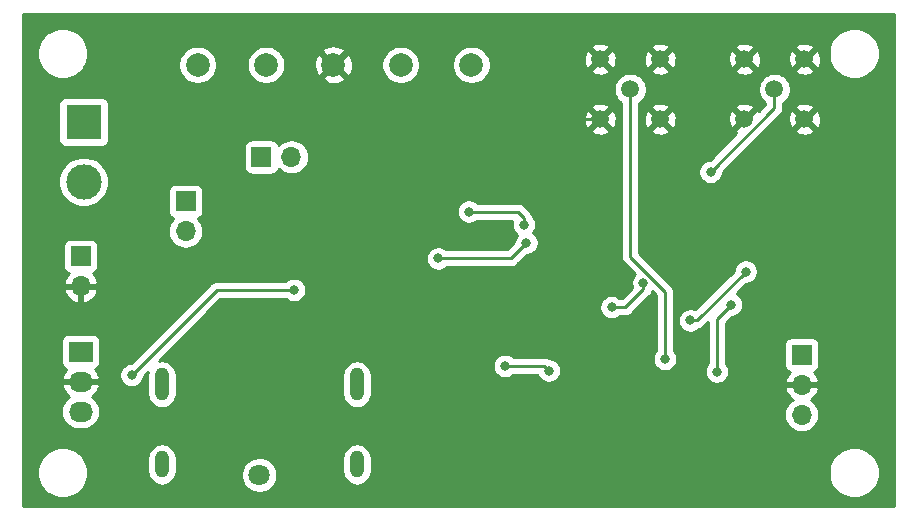
<source format=gbl>
G04 #@! TF.GenerationSoftware,KiCad,Pcbnew,(5.1.4-0-10_14)*
G04 #@! TF.CreationDate,2020-03-06T12:40:27+09:00*
G04 #@! TF.ProjectId,ReadoutBoard_v3_2,52656164-6f75-4744-926f-6172645f7633,rev?*
G04 #@! TF.SameCoordinates,Original*
G04 #@! TF.FileFunction,Copper,L2,Bot*
G04 #@! TF.FilePolarity,Positive*
%FSLAX46Y46*%
G04 Gerber Fmt 4.6, Leading zero omitted, Abs format (unit mm)*
G04 Created by KiCad (PCBNEW (5.1.4-0-10_14)) date 2020-03-06 12:40:27*
%MOMM*%
%LPD*%
G04 APERTURE LIST*
%ADD10O,1.200000X2.300000*%
%ADD11O,1.200000X2.800000*%
%ADD12C,1.800000*%
%ADD13R,1.700000X1.700000*%
%ADD14O,1.700000X1.700000*%
%ADD15R,3.000000X3.000000*%
%ADD16C,3.000000*%
%ADD17R,2.030000X1.730000*%
%ADD18O,2.030000X1.730000*%
%ADD19C,1.500000*%
%ADD20C,2.000000*%
%ADD21C,0.800000*%
%ADD22C,0.250000*%
%ADD23C,0.254000*%
G04 APERTURE END LIST*
D10*
X110393400Y-119810000D03*
D11*
X126903400Y-113030000D03*
D12*
X118643400Y-120710000D03*
D11*
X110393400Y-113030000D03*
D10*
X126903400Y-119810000D03*
D13*
X112395000Y-97523300D03*
D14*
X112395000Y-100063300D03*
D13*
X118808500Y-93776800D03*
D14*
X121348500Y-93776800D03*
D15*
X103759000Y-90805000D03*
D16*
X103759000Y-95885000D03*
D17*
X103505000Y-110261400D03*
D18*
X103505000Y-112801400D03*
X103505000Y-115341400D03*
D19*
X159715200Y-90576400D03*
X159715200Y-85496400D03*
X164795200Y-85496400D03*
X164795200Y-90576400D03*
X162255200Y-88036400D03*
X150037800Y-88036400D03*
X152577800Y-90576400D03*
X152577800Y-85496400D03*
X147497800Y-85496400D03*
X147497800Y-90576400D03*
D14*
X103505000Y-104711500D03*
D13*
X103505000Y-102171500D03*
X164566600Y-110515400D03*
D14*
X164566600Y-113055400D03*
X164566600Y-115595400D03*
D20*
X113411000Y-85979000D03*
X119202200Y-85979000D03*
X124917200Y-85979000D03*
X130606800Y-85979000D03*
X136601200Y-85979000D03*
D21*
X140152002Y-115067198D03*
X143052800Y-114554000D03*
X141401800Y-87172800D03*
X124256800Y-98450400D03*
X159410400Y-98044000D03*
X160401000Y-100406200D03*
X155117800Y-107619800D03*
X159823685Y-103479600D03*
X133781800Y-102362000D03*
X141249400Y-101041200D03*
X121564400Y-105029000D03*
X107823000Y-112242600D03*
X157378400Y-111960200D03*
X158597600Y-106273600D03*
X141046200Y-99508100D03*
X136372600Y-98399600D03*
X156845000Y-95046800D03*
X152984200Y-110871000D03*
X151155400Y-104419400D03*
X148463000Y-106502200D03*
X143154400Y-111861600D03*
X139427001Y-111461601D03*
D22*
X140152002Y-115067198D02*
X142539602Y-115067198D01*
X142539602Y-115067198D02*
X143052800Y-114554000D01*
X143052800Y-114554000D02*
X143052800Y-114554000D01*
X141401800Y-87172800D02*
X139877800Y-87172800D01*
X139877800Y-87172800D02*
X137998200Y-89052400D01*
X137998200Y-89052400D02*
X137998200Y-89712800D01*
X137998200Y-89712800D02*
X139217400Y-90932000D01*
X139573000Y-90576400D02*
X147497800Y-90576400D01*
X139217400Y-90932000D02*
X139573000Y-90576400D01*
X123917201Y-86978999D02*
X123917201Y-87080599D01*
X124917200Y-85979000D02*
X123917201Y-86978999D01*
X123917201Y-87080599D02*
X124333000Y-87496398D01*
X124333000Y-87496398D02*
X124333000Y-97586800D01*
X124256800Y-98450400D02*
X124256800Y-98450400D01*
X159810399Y-98443999D02*
X159810399Y-99815599D01*
X159410400Y-98044000D02*
X159810399Y-98443999D01*
X159810399Y-99815599D02*
X160401000Y-100406200D01*
X160401000Y-100406200D02*
X160401000Y-100406200D01*
X124256800Y-97663000D02*
X124256800Y-98450400D01*
X124333000Y-97586800D02*
X124256800Y-97663000D01*
X155683485Y-107619800D02*
X159823685Y-103479600D01*
X155117800Y-107619800D02*
X155683485Y-107619800D01*
X159823685Y-103479600D02*
X159823685Y-103479600D01*
X133781800Y-102362000D02*
X139928600Y-102362000D01*
X139928600Y-102362000D02*
X141249400Y-101041200D01*
X141249400Y-101041200D02*
X141249400Y-101041200D01*
X121564400Y-105029000D02*
X121564400Y-105029000D01*
X115036600Y-105029000D02*
X107823000Y-112242600D01*
X121564400Y-105029000D02*
X115036600Y-105029000D01*
X157378400Y-111960200D02*
X157378400Y-107492800D01*
X157378400Y-107492800D02*
X158597600Y-106273600D01*
X158597600Y-106273600D02*
X158597600Y-106273600D01*
X141046200Y-98942415D02*
X140503385Y-98399600D01*
X141046200Y-99508100D02*
X141046200Y-98942415D01*
X140503385Y-98399600D02*
X136728200Y-98399600D01*
X136728200Y-98399600D02*
X136372600Y-98399600D01*
X136372600Y-98399600D02*
X136372600Y-98399600D01*
X162255200Y-89636600D02*
X156845000Y-95046800D01*
X162255200Y-88036400D02*
X162255200Y-89636600D01*
X152984200Y-110305315D02*
X152984200Y-110871000D01*
X152984200Y-105175198D02*
X152984200Y-110305315D01*
X150037800Y-102228798D02*
X152984200Y-105175198D01*
X150037800Y-88036400D02*
X150037800Y-102228798D01*
X151155400Y-104985085D02*
X149638285Y-106502200D01*
X151155400Y-104419400D02*
X151155400Y-104985085D01*
X149638285Y-106502200D02*
X149098000Y-106502200D01*
X149098000Y-106502200D02*
X148463000Y-106502200D01*
X148463000Y-106502200D02*
X148463000Y-106502200D01*
X142754401Y-111461601D02*
X139427001Y-111461601D01*
X143154400Y-111861600D02*
X142754401Y-111461601D01*
X139427001Y-111461601D02*
X139427001Y-111461601D01*
D23*
G36*
X172340001Y-123340000D02*
G01*
X98660000Y-123340000D01*
X98660000Y-120297123D01*
X99830497Y-120297123D01*
X99830497Y-120724477D01*
X99913870Y-121143621D01*
X100077412Y-121538445D01*
X100314837Y-121893777D01*
X100617023Y-122195963D01*
X100972355Y-122433388D01*
X101367179Y-122596930D01*
X101786323Y-122680303D01*
X102213677Y-122680303D01*
X102632821Y-122596930D01*
X103027645Y-122433388D01*
X103382977Y-122195963D01*
X103685163Y-121893777D01*
X103922588Y-121538445D01*
X104086130Y-121143621D01*
X104169503Y-120724477D01*
X104169503Y-120297123D01*
X104086130Y-119877979D01*
X103922588Y-119483155D01*
X103732947Y-119199336D01*
X109158400Y-119199336D01*
X109158400Y-120420665D01*
X109176270Y-120602102D01*
X109246889Y-120834901D01*
X109361568Y-121049449D01*
X109515899Y-121237502D01*
X109703952Y-121391833D01*
X109918500Y-121506511D01*
X110151299Y-121577130D01*
X110393400Y-121600975D01*
X110635502Y-121577130D01*
X110868301Y-121506511D01*
X111082849Y-121391833D01*
X111270902Y-121237502D01*
X111425233Y-121049449D01*
X111539911Y-120834901D01*
X111610530Y-120602102D01*
X111614793Y-120558816D01*
X117108400Y-120558816D01*
X117108400Y-120861184D01*
X117167389Y-121157743D01*
X117283101Y-121437095D01*
X117451088Y-121688505D01*
X117664895Y-121902312D01*
X117916305Y-122070299D01*
X118195657Y-122186011D01*
X118492216Y-122245000D01*
X118794584Y-122245000D01*
X119091143Y-122186011D01*
X119370495Y-122070299D01*
X119621905Y-121902312D01*
X119835712Y-121688505D01*
X120003699Y-121437095D01*
X120119411Y-121157743D01*
X120178400Y-120861184D01*
X120178400Y-120558816D01*
X120119411Y-120262257D01*
X120003699Y-119982905D01*
X119835712Y-119731495D01*
X119621905Y-119517688D01*
X119370495Y-119349701D01*
X119091143Y-119233989D01*
X118916930Y-119199336D01*
X125668400Y-119199336D01*
X125668400Y-120420665D01*
X125686270Y-120602102D01*
X125756889Y-120834901D01*
X125871568Y-121049449D01*
X126025899Y-121237502D01*
X126213952Y-121391833D01*
X126428500Y-121506511D01*
X126661299Y-121577130D01*
X126903400Y-121600975D01*
X127145502Y-121577130D01*
X127378301Y-121506511D01*
X127592849Y-121391833D01*
X127780902Y-121237502D01*
X127935233Y-121049449D01*
X128049911Y-120834901D01*
X128120530Y-120602102D01*
X128138400Y-120420665D01*
X128138400Y-120297123D01*
X166830497Y-120297123D01*
X166830497Y-120724477D01*
X166913870Y-121143621D01*
X167077412Y-121538445D01*
X167314837Y-121893777D01*
X167617023Y-122195963D01*
X167972355Y-122433388D01*
X168367179Y-122596930D01*
X168786323Y-122680303D01*
X169213677Y-122680303D01*
X169632821Y-122596930D01*
X170027645Y-122433388D01*
X170382977Y-122195963D01*
X170685163Y-121893777D01*
X170922588Y-121538445D01*
X171086130Y-121143621D01*
X171169503Y-120724477D01*
X171169503Y-120297123D01*
X171086130Y-119877979D01*
X170922588Y-119483155D01*
X170685163Y-119127823D01*
X170382977Y-118825637D01*
X170027645Y-118588212D01*
X169632821Y-118424670D01*
X169213677Y-118341297D01*
X168786323Y-118341297D01*
X168367179Y-118424670D01*
X167972355Y-118588212D01*
X167617023Y-118825637D01*
X167314837Y-119127823D01*
X167077412Y-119483155D01*
X166913870Y-119877979D01*
X166830497Y-120297123D01*
X128138400Y-120297123D01*
X128138400Y-119199335D01*
X128120530Y-119017898D01*
X128049911Y-118785099D01*
X127935233Y-118570551D01*
X127780902Y-118382498D01*
X127592848Y-118228167D01*
X127378300Y-118113489D01*
X127145501Y-118042870D01*
X126903400Y-118019025D01*
X126661298Y-118042870D01*
X126428499Y-118113489D01*
X126213951Y-118228167D01*
X126025898Y-118382498D01*
X125871567Y-118570552D01*
X125756889Y-118785100D01*
X125686270Y-119017899D01*
X125668400Y-119199336D01*
X118916930Y-119199336D01*
X118794584Y-119175000D01*
X118492216Y-119175000D01*
X118195657Y-119233989D01*
X117916305Y-119349701D01*
X117664895Y-119517688D01*
X117451088Y-119731495D01*
X117283101Y-119982905D01*
X117167389Y-120262257D01*
X117108400Y-120558816D01*
X111614793Y-120558816D01*
X111628400Y-120420665D01*
X111628400Y-119199335D01*
X111610530Y-119017898D01*
X111539911Y-118785099D01*
X111425233Y-118570551D01*
X111270902Y-118382498D01*
X111082848Y-118228167D01*
X110868300Y-118113489D01*
X110635501Y-118042870D01*
X110393400Y-118019025D01*
X110151298Y-118042870D01*
X109918499Y-118113489D01*
X109703951Y-118228167D01*
X109515898Y-118382498D01*
X109361567Y-118570552D01*
X109246889Y-118785100D01*
X109176270Y-119017899D01*
X109158400Y-119199336D01*
X103732947Y-119199336D01*
X103685163Y-119127823D01*
X103382977Y-118825637D01*
X103027645Y-118588212D01*
X102632821Y-118424670D01*
X102213677Y-118341297D01*
X101786323Y-118341297D01*
X101367179Y-118424670D01*
X100972355Y-118588212D01*
X100617023Y-118825637D01*
X100314837Y-119127823D01*
X100077412Y-119483155D01*
X99913870Y-119877979D01*
X99830497Y-120297123D01*
X98660000Y-120297123D01*
X98660000Y-115341400D01*
X101847743Y-115341400D01*
X101876705Y-115635451D01*
X101962476Y-115918202D01*
X102101762Y-116178787D01*
X102289208Y-116407192D01*
X102517613Y-116594638D01*
X102778198Y-116733924D01*
X103060949Y-116819695D01*
X103281320Y-116841400D01*
X103728680Y-116841400D01*
X103949051Y-116819695D01*
X104231802Y-116733924D01*
X104492387Y-116594638D01*
X104720792Y-116407192D01*
X104908238Y-116178787D01*
X105047524Y-115918202D01*
X105133295Y-115635451D01*
X105137239Y-115595400D01*
X163074415Y-115595400D01*
X163103087Y-115886511D01*
X163188001Y-116166434D01*
X163325894Y-116424414D01*
X163511466Y-116650534D01*
X163737586Y-116836106D01*
X163995566Y-116973999D01*
X164275489Y-117058913D01*
X164493650Y-117080400D01*
X164639550Y-117080400D01*
X164857711Y-117058913D01*
X165137634Y-116973999D01*
X165395614Y-116836106D01*
X165621734Y-116650534D01*
X165807306Y-116424414D01*
X165945199Y-116166434D01*
X166030113Y-115886511D01*
X166058785Y-115595400D01*
X166030113Y-115304289D01*
X165945199Y-115024366D01*
X165807306Y-114766386D01*
X165621734Y-114540266D01*
X165395614Y-114354694D01*
X165331077Y-114320199D01*
X165447955Y-114250578D01*
X165664188Y-114055669D01*
X165838241Y-113822320D01*
X165963425Y-113559499D01*
X166008076Y-113412290D01*
X165886755Y-113182400D01*
X164693600Y-113182400D01*
X164693600Y-113202400D01*
X164439600Y-113202400D01*
X164439600Y-113182400D01*
X163246445Y-113182400D01*
X163125124Y-113412290D01*
X163169775Y-113559499D01*
X163294959Y-113822320D01*
X163469012Y-114055669D01*
X163685245Y-114250578D01*
X163802123Y-114320199D01*
X163737586Y-114354694D01*
X163511466Y-114540266D01*
X163325894Y-114766386D01*
X163188001Y-115024366D01*
X163103087Y-115304289D01*
X163074415Y-115595400D01*
X105137239Y-115595400D01*
X105162257Y-115341400D01*
X105133295Y-115047349D01*
X105047524Y-114764598D01*
X104908238Y-114504013D01*
X104720792Y-114275608D01*
X104492387Y-114088162D01*
X104454297Y-114067802D01*
X104656972Y-113919210D01*
X104855793Y-113702257D01*
X105008469Y-113450684D01*
X105109131Y-113174159D01*
X105111346Y-113160646D01*
X104990224Y-112928400D01*
X103632000Y-112928400D01*
X103632000Y-112948400D01*
X103378000Y-112948400D01*
X103378000Y-112928400D01*
X102019776Y-112928400D01*
X101898654Y-113160646D01*
X101900869Y-113174159D01*
X102001531Y-113450684D01*
X102154207Y-113702257D01*
X102353028Y-113919210D01*
X102555703Y-114067802D01*
X102517613Y-114088162D01*
X102289208Y-114275608D01*
X102101762Y-114504013D01*
X101962476Y-114764598D01*
X101876705Y-115047349D01*
X101847743Y-115341400D01*
X98660000Y-115341400D01*
X98660000Y-109396400D01*
X101851928Y-109396400D01*
X101851928Y-111126400D01*
X101864188Y-111250882D01*
X101900498Y-111370580D01*
X101959463Y-111480894D01*
X102038815Y-111577585D01*
X102135506Y-111656937D01*
X102245820Y-111715902D01*
X102306537Y-111734320D01*
X102154207Y-111900543D01*
X102001531Y-112152116D01*
X101900869Y-112428641D01*
X101898654Y-112442154D01*
X102019776Y-112674400D01*
X103378000Y-112674400D01*
X103378000Y-112654400D01*
X103632000Y-112654400D01*
X103632000Y-112674400D01*
X104990224Y-112674400D01*
X105111346Y-112442154D01*
X105109131Y-112428641D01*
X105008469Y-112152116D01*
X105001518Y-112140661D01*
X106788000Y-112140661D01*
X106788000Y-112344539D01*
X106827774Y-112544498D01*
X106905795Y-112732856D01*
X107019063Y-112902374D01*
X107163226Y-113046537D01*
X107332744Y-113159805D01*
X107521102Y-113237826D01*
X107721061Y-113277600D01*
X107924939Y-113277600D01*
X108124898Y-113237826D01*
X108313256Y-113159805D01*
X108482774Y-113046537D01*
X108626937Y-112902374D01*
X108740205Y-112732856D01*
X108818226Y-112544498D01*
X108858000Y-112344539D01*
X108858000Y-112282401D01*
X109186619Y-111953782D01*
X109176270Y-111987899D01*
X109158400Y-112169336D01*
X109158400Y-113890665D01*
X109176270Y-114072102D01*
X109246890Y-114304901D01*
X109361568Y-114519449D01*
X109515899Y-114707502D01*
X109703952Y-114861833D01*
X109918500Y-114976511D01*
X110151299Y-115047130D01*
X110393400Y-115070975D01*
X110635502Y-115047130D01*
X110868301Y-114976511D01*
X111082849Y-114861833D01*
X111270902Y-114707502D01*
X111425233Y-114519449D01*
X111539911Y-114304901D01*
X111610530Y-114072102D01*
X111628400Y-113890665D01*
X111628400Y-112169336D01*
X125668400Y-112169336D01*
X125668400Y-113890665D01*
X125686270Y-114072102D01*
X125756890Y-114304901D01*
X125871568Y-114519449D01*
X126025899Y-114707502D01*
X126213952Y-114861833D01*
X126428500Y-114976511D01*
X126661299Y-115047130D01*
X126903400Y-115070975D01*
X127145502Y-115047130D01*
X127378301Y-114976511D01*
X127592849Y-114861833D01*
X127780902Y-114707502D01*
X127935233Y-114519449D01*
X128049911Y-114304901D01*
X128120530Y-114072102D01*
X128138400Y-113890665D01*
X128138400Y-112169335D01*
X128120530Y-111987898D01*
X128049911Y-111755099D01*
X127935233Y-111540551D01*
X127786782Y-111359662D01*
X138392001Y-111359662D01*
X138392001Y-111563540D01*
X138431775Y-111763499D01*
X138509796Y-111951857D01*
X138623064Y-112121375D01*
X138767227Y-112265538D01*
X138936745Y-112378806D01*
X139125103Y-112456827D01*
X139325062Y-112496601D01*
X139528940Y-112496601D01*
X139728899Y-112456827D01*
X139917257Y-112378806D01*
X140086775Y-112265538D01*
X140130712Y-112221601D01*
X142183241Y-112221601D01*
X142237195Y-112351856D01*
X142350463Y-112521374D01*
X142494626Y-112665537D01*
X142664144Y-112778805D01*
X142852502Y-112856826D01*
X143052461Y-112896600D01*
X143256339Y-112896600D01*
X143456298Y-112856826D01*
X143644656Y-112778805D01*
X143814174Y-112665537D01*
X143958337Y-112521374D01*
X144071605Y-112351856D01*
X144149626Y-112163498D01*
X144189400Y-111963539D01*
X144189400Y-111759661D01*
X144149626Y-111559702D01*
X144071605Y-111371344D01*
X143958337Y-111201826D01*
X143814174Y-111057663D01*
X143644656Y-110944395D01*
X143456298Y-110866374D01*
X143256339Y-110826600D01*
X143178626Y-110826600D01*
X143046648Y-110756055D01*
X142903387Y-110712598D01*
X142791734Y-110701601D01*
X142791723Y-110701601D01*
X142754401Y-110697925D01*
X142717079Y-110701601D01*
X140130712Y-110701601D01*
X140086775Y-110657664D01*
X139917257Y-110544396D01*
X139728899Y-110466375D01*
X139528940Y-110426601D01*
X139325062Y-110426601D01*
X139125103Y-110466375D01*
X138936745Y-110544396D01*
X138767227Y-110657664D01*
X138623064Y-110801827D01*
X138509796Y-110971345D01*
X138431775Y-111159703D01*
X138392001Y-111359662D01*
X127786782Y-111359662D01*
X127780902Y-111352498D01*
X127592848Y-111198167D01*
X127378300Y-111083489D01*
X127145501Y-111012870D01*
X126903400Y-110989025D01*
X126661298Y-111012870D01*
X126428499Y-111083489D01*
X126213951Y-111198167D01*
X126025898Y-111352498D01*
X125871567Y-111540552D01*
X125756889Y-111755100D01*
X125686270Y-111987899D01*
X125668400Y-112169336D01*
X111628400Y-112169336D01*
X111628400Y-112169335D01*
X111610530Y-111987898D01*
X111539911Y-111755099D01*
X111425233Y-111540551D01*
X111270902Y-111352498D01*
X111082848Y-111198167D01*
X110868300Y-111083489D01*
X110635501Y-111012870D01*
X110393400Y-110989025D01*
X110151298Y-111012870D01*
X110117182Y-111023219D01*
X114740140Y-106400261D01*
X147428000Y-106400261D01*
X147428000Y-106604139D01*
X147467774Y-106804098D01*
X147545795Y-106992456D01*
X147659063Y-107161974D01*
X147803226Y-107306137D01*
X147972744Y-107419405D01*
X148161102Y-107497426D01*
X148361061Y-107537200D01*
X148564939Y-107537200D01*
X148764898Y-107497426D01*
X148953256Y-107419405D01*
X149122774Y-107306137D01*
X149166711Y-107262200D01*
X149600963Y-107262200D01*
X149638285Y-107265876D01*
X149675607Y-107262200D01*
X149675618Y-107262200D01*
X149787271Y-107251203D01*
X149930532Y-107207746D01*
X150062561Y-107137174D01*
X150178286Y-107042201D01*
X150202089Y-107013197D01*
X151666403Y-105548884D01*
X151695401Y-105525086D01*
X151790374Y-105409361D01*
X151860946Y-105277332D01*
X151895994Y-105161793D01*
X152224200Y-105490000D01*
X152224201Y-110167288D01*
X152180263Y-110211226D01*
X152066995Y-110380744D01*
X151988974Y-110569102D01*
X151949200Y-110769061D01*
X151949200Y-110972939D01*
X151988974Y-111172898D01*
X152066995Y-111361256D01*
X152180263Y-111530774D01*
X152324426Y-111674937D01*
X152493944Y-111788205D01*
X152682302Y-111866226D01*
X152882261Y-111906000D01*
X153086139Y-111906000D01*
X153286098Y-111866226D01*
X153474456Y-111788205D01*
X153643974Y-111674937D01*
X153788137Y-111530774D01*
X153901405Y-111361256D01*
X153979426Y-111172898D01*
X154019200Y-110972939D01*
X154019200Y-110769061D01*
X153979426Y-110569102D01*
X153901405Y-110380744D01*
X153788137Y-110211226D01*
X153744200Y-110167289D01*
X153744200Y-107517861D01*
X154082800Y-107517861D01*
X154082800Y-107721739D01*
X154122574Y-107921698D01*
X154200595Y-108110056D01*
X154313863Y-108279574D01*
X154458026Y-108423737D01*
X154627544Y-108537005D01*
X154815902Y-108615026D01*
X155015861Y-108654800D01*
X155219739Y-108654800D01*
X155419698Y-108615026D01*
X155608056Y-108537005D01*
X155777574Y-108423737D01*
X155832524Y-108368787D01*
X155975732Y-108325346D01*
X156107761Y-108254774D01*
X156223486Y-108159801D01*
X156247289Y-108130797D01*
X156618401Y-107759685D01*
X156618400Y-111256489D01*
X156574463Y-111300426D01*
X156461195Y-111469944D01*
X156383174Y-111658302D01*
X156343400Y-111858261D01*
X156343400Y-112062139D01*
X156383174Y-112262098D01*
X156461195Y-112450456D01*
X156574463Y-112619974D01*
X156718626Y-112764137D01*
X156888144Y-112877405D01*
X157076502Y-112955426D01*
X157276461Y-112995200D01*
X157480339Y-112995200D01*
X157680298Y-112955426D01*
X157868656Y-112877405D01*
X158038174Y-112764137D01*
X158182337Y-112619974D01*
X158295605Y-112450456D01*
X158373626Y-112262098D01*
X158413400Y-112062139D01*
X158413400Y-111858261D01*
X158373626Y-111658302D01*
X158295605Y-111469944D01*
X158182337Y-111300426D01*
X158138400Y-111256489D01*
X158138400Y-109665400D01*
X163078528Y-109665400D01*
X163078528Y-111365400D01*
X163090788Y-111489882D01*
X163127098Y-111609580D01*
X163186063Y-111719894D01*
X163265415Y-111816585D01*
X163362106Y-111895937D01*
X163472420Y-111954902D01*
X163553066Y-111979366D01*
X163469012Y-112055131D01*
X163294959Y-112288480D01*
X163169775Y-112551301D01*
X163125124Y-112698510D01*
X163246445Y-112928400D01*
X164439600Y-112928400D01*
X164439600Y-112908400D01*
X164693600Y-112908400D01*
X164693600Y-112928400D01*
X165886755Y-112928400D01*
X166008076Y-112698510D01*
X165963425Y-112551301D01*
X165838241Y-112288480D01*
X165664188Y-112055131D01*
X165580134Y-111979366D01*
X165660780Y-111954902D01*
X165771094Y-111895937D01*
X165867785Y-111816585D01*
X165947137Y-111719894D01*
X166006102Y-111609580D01*
X166042412Y-111489882D01*
X166054672Y-111365400D01*
X166054672Y-109665400D01*
X166042412Y-109540918D01*
X166006102Y-109421220D01*
X165947137Y-109310906D01*
X165867785Y-109214215D01*
X165771094Y-109134863D01*
X165660780Y-109075898D01*
X165541082Y-109039588D01*
X165416600Y-109027328D01*
X163716600Y-109027328D01*
X163592118Y-109039588D01*
X163472420Y-109075898D01*
X163362106Y-109134863D01*
X163265415Y-109214215D01*
X163186063Y-109310906D01*
X163127098Y-109421220D01*
X163090788Y-109540918D01*
X163078528Y-109665400D01*
X158138400Y-109665400D01*
X158138400Y-107807601D01*
X158637402Y-107308600D01*
X158699539Y-107308600D01*
X158899498Y-107268826D01*
X159087856Y-107190805D01*
X159257374Y-107077537D01*
X159401537Y-106933374D01*
X159514805Y-106763856D01*
X159592826Y-106575498D01*
X159632600Y-106375539D01*
X159632600Y-106171661D01*
X159592826Y-105971702D01*
X159514805Y-105783344D01*
X159401537Y-105613826D01*
X159257374Y-105469663D01*
X159087856Y-105356395D01*
X159041071Y-105337016D01*
X159863487Y-104514600D01*
X159925624Y-104514600D01*
X160125583Y-104474826D01*
X160313941Y-104396805D01*
X160483459Y-104283537D01*
X160627622Y-104139374D01*
X160740890Y-103969856D01*
X160818911Y-103781498D01*
X160858685Y-103581539D01*
X160858685Y-103377661D01*
X160818911Y-103177702D01*
X160740890Y-102989344D01*
X160627622Y-102819826D01*
X160483459Y-102675663D01*
X160313941Y-102562395D01*
X160125583Y-102484374D01*
X159925624Y-102444600D01*
X159721746Y-102444600D01*
X159521787Y-102484374D01*
X159333429Y-102562395D01*
X159163911Y-102675663D01*
X159019748Y-102819826D01*
X158906480Y-102989344D01*
X158828459Y-103177702D01*
X158788685Y-103377661D01*
X158788685Y-103439798D01*
X155549955Y-106678529D01*
X155419698Y-106624574D01*
X155219739Y-106584800D01*
X155015861Y-106584800D01*
X154815902Y-106624574D01*
X154627544Y-106702595D01*
X154458026Y-106815863D01*
X154313863Y-106960026D01*
X154200595Y-107129544D01*
X154122574Y-107317902D01*
X154082800Y-107517861D01*
X153744200Y-107517861D01*
X153744200Y-105212521D01*
X153747876Y-105175198D01*
X153744200Y-105137875D01*
X153744200Y-105137865D01*
X153733203Y-105026212D01*
X153689746Y-104882951D01*
X153619174Y-104750922D01*
X153524201Y-104635197D01*
X153495204Y-104611400D01*
X150797800Y-101913997D01*
X150797800Y-94944861D01*
X155810000Y-94944861D01*
X155810000Y-95148739D01*
X155849774Y-95348698D01*
X155927795Y-95537056D01*
X156041063Y-95706574D01*
X156185226Y-95850737D01*
X156354744Y-95964005D01*
X156543102Y-96042026D01*
X156743061Y-96081800D01*
X156946939Y-96081800D01*
X157146898Y-96042026D01*
X157335256Y-95964005D01*
X157504774Y-95850737D01*
X157648937Y-95706574D01*
X157762205Y-95537056D01*
X157840226Y-95348698D01*
X157880000Y-95148739D01*
X157880000Y-95086601D01*
X161433208Y-91533393D01*
X164017812Y-91533393D01*
X164083337Y-91772260D01*
X164330316Y-91888160D01*
X164595160Y-91953650D01*
X164867692Y-91966212D01*
X165137438Y-91925365D01*
X165394032Y-91832677D01*
X165507063Y-91772260D01*
X165572588Y-91533393D01*
X164795200Y-90756005D01*
X164017812Y-91533393D01*
X161433208Y-91533393D01*
X162317709Y-90648892D01*
X163405388Y-90648892D01*
X163446235Y-90918638D01*
X163538923Y-91175232D01*
X163599340Y-91288263D01*
X163838207Y-91353788D01*
X164615595Y-90576400D01*
X164974805Y-90576400D01*
X165752193Y-91353788D01*
X165991060Y-91288263D01*
X166106960Y-91041284D01*
X166172450Y-90776440D01*
X166185012Y-90503908D01*
X166144165Y-90234162D01*
X166051477Y-89977568D01*
X165991060Y-89864537D01*
X165752193Y-89799012D01*
X164974805Y-90576400D01*
X164615595Y-90576400D01*
X163838207Y-89799012D01*
X163599340Y-89864537D01*
X163483440Y-90111516D01*
X163417950Y-90376360D01*
X163405388Y-90648892D01*
X162317709Y-90648892D01*
X162766203Y-90200399D01*
X162795201Y-90176601D01*
X162890174Y-90060876D01*
X162960746Y-89928847D01*
X163004203Y-89785586D01*
X163015200Y-89673933D01*
X163015200Y-89673924D01*
X163018876Y-89636601D01*
X163017183Y-89619407D01*
X164017812Y-89619407D01*
X164795200Y-90396795D01*
X165572588Y-89619407D01*
X165507063Y-89380540D01*
X165260084Y-89264640D01*
X164995240Y-89199150D01*
X164722708Y-89186588D01*
X164452962Y-89227435D01*
X164196368Y-89320123D01*
X164083337Y-89380540D01*
X164017812Y-89619407D01*
X163017183Y-89619407D01*
X163015200Y-89599278D01*
X163015200Y-89194309D01*
X163138086Y-89112199D01*
X163330999Y-88919286D01*
X163482571Y-88692443D01*
X163586975Y-88440389D01*
X163640200Y-88172811D01*
X163640200Y-87899989D01*
X163586975Y-87632411D01*
X163482571Y-87380357D01*
X163330999Y-87153514D01*
X163138086Y-86960601D01*
X162911243Y-86809029D01*
X162659189Y-86704625D01*
X162391611Y-86651400D01*
X162118789Y-86651400D01*
X161851211Y-86704625D01*
X161599157Y-86809029D01*
X161372314Y-86960601D01*
X161179401Y-87153514D01*
X161027829Y-87380357D01*
X160923425Y-87632411D01*
X160870200Y-87899989D01*
X160870200Y-88172811D01*
X160923425Y-88440389D01*
X161027829Y-88692443D01*
X161179401Y-88919286D01*
X161372314Y-89112199D01*
X161495201Y-89194309D01*
X161495201Y-89321797D01*
X160925481Y-89891517D01*
X160911060Y-89864537D01*
X160672193Y-89799012D01*
X159894805Y-90576400D01*
X159908948Y-90590543D01*
X159729343Y-90770148D01*
X159715200Y-90756005D01*
X158937812Y-91533393D01*
X159003337Y-91772260D01*
X159031515Y-91785483D01*
X156805199Y-94011800D01*
X156743061Y-94011800D01*
X156543102Y-94051574D01*
X156354744Y-94129595D01*
X156185226Y-94242863D01*
X156041063Y-94387026D01*
X155927795Y-94556544D01*
X155849774Y-94744902D01*
X155810000Y-94944861D01*
X150797800Y-94944861D01*
X150797800Y-91533393D01*
X151800412Y-91533393D01*
X151865937Y-91772260D01*
X152112916Y-91888160D01*
X152377760Y-91953650D01*
X152650292Y-91966212D01*
X152920038Y-91925365D01*
X153176632Y-91832677D01*
X153289663Y-91772260D01*
X153355188Y-91533393D01*
X152577800Y-90756005D01*
X151800412Y-91533393D01*
X150797800Y-91533393D01*
X150797800Y-90648892D01*
X151187988Y-90648892D01*
X151228835Y-90918638D01*
X151321523Y-91175232D01*
X151381940Y-91288263D01*
X151620807Y-91353788D01*
X152398195Y-90576400D01*
X152757405Y-90576400D01*
X153534793Y-91353788D01*
X153773660Y-91288263D01*
X153889560Y-91041284D01*
X153955050Y-90776440D01*
X153960929Y-90648892D01*
X158325388Y-90648892D01*
X158366235Y-90918638D01*
X158458923Y-91175232D01*
X158519340Y-91288263D01*
X158758207Y-91353788D01*
X159535595Y-90576400D01*
X158758207Y-89799012D01*
X158519340Y-89864537D01*
X158403440Y-90111516D01*
X158337950Y-90376360D01*
X158325388Y-90648892D01*
X153960929Y-90648892D01*
X153967612Y-90503908D01*
X153926765Y-90234162D01*
X153834077Y-89977568D01*
X153773660Y-89864537D01*
X153534793Y-89799012D01*
X152757405Y-90576400D01*
X152398195Y-90576400D01*
X151620807Y-89799012D01*
X151381940Y-89864537D01*
X151266040Y-90111516D01*
X151200550Y-90376360D01*
X151187988Y-90648892D01*
X150797800Y-90648892D01*
X150797800Y-89619407D01*
X151800412Y-89619407D01*
X152577800Y-90396795D01*
X153355188Y-89619407D01*
X158937812Y-89619407D01*
X159715200Y-90396795D01*
X160492588Y-89619407D01*
X160427063Y-89380540D01*
X160180084Y-89264640D01*
X159915240Y-89199150D01*
X159642708Y-89186588D01*
X159372962Y-89227435D01*
X159116368Y-89320123D01*
X159003337Y-89380540D01*
X158937812Y-89619407D01*
X153355188Y-89619407D01*
X153289663Y-89380540D01*
X153042684Y-89264640D01*
X152777840Y-89199150D01*
X152505308Y-89186588D01*
X152235562Y-89227435D01*
X151978968Y-89320123D01*
X151865937Y-89380540D01*
X151800412Y-89619407D01*
X150797800Y-89619407D01*
X150797800Y-89194309D01*
X150920686Y-89112199D01*
X151113599Y-88919286D01*
X151265171Y-88692443D01*
X151369575Y-88440389D01*
X151422800Y-88172811D01*
X151422800Y-87899989D01*
X151369575Y-87632411D01*
X151265171Y-87380357D01*
X151113599Y-87153514D01*
X150920686Y-86960601D01*
X150693843Y-86809029D01*
X150441789Y-86704625D01*
X150174211Y-86651400D01*
X149901389Y-86651400D01*
X149633811Y-86704625D01*
X149381757Y-86809029D01*
X149154914Y-86960601D01*
X148962001Y-87153514D01*
X148810429Y-87380357D01*
X148706025Y-87632411D01*
X148652800Y-87899989D01*
X148652800Y-88172811D01*
X148706025Y-88440389D01*
X148810429Y-88692443D01*
X148962001Y-88919286D01*
X149154914Y-89112199D01*
X149277800Y-89194309D01*
X149277801Y-102191466D01*
X149274124Y-102228798D01*
X149288798Y-102377783D01*
X149332254Y-102521044D01*
X149402826Y-102653074D01*
X149457423Y-102719600D01*
X149497800Y-102768799D01*
X149526798Y-102792597D01*
X150422645Y-103688444D01*
X150351463Y-103759626D01*
X150238195Y-103929144D01*
X150160174Y-104117502D01*
X150120400Y-104317461D01*
X150120400Y-104521339D01*
X150160174Y-104721298D01*
X150214129Y-104851555D01*
X149323484Y-105742200D01*
X149166711Y-105742200D01*
X149122774Y-105698263D01*
X148953256Y-105584995D01*
X148764898Y-105506974D01*
X148564939Y-105467200D01*
X148361061Y-105467200D01*
X148161102Y-105506974D01*
X147972744Y-105584995D01*
X147803226Y-105698263D01*
X147659063Y-105842426D01*
X147545795Y-106011944D01*
X147467774Y-106200302D01*
X147428000Y-106400261D01*
X114740140Y-106400261D01*
X115351402Y-105789000D01*
X120860689Y-105789000D01*
X120904626Y-105832937D01*
X121074144Y-105946205D01*
X121262502Y-106024226D01*
X121462461Y-106064000D01*
X121666339Y-106064000D01*
X121866298Y-106024226D01*
X122054656Y-105946205D01*
X122224174Y-105832937D01*
X122368337Y-105688774D01*
X122481605Y-105519256D01*
X122559626Y-105330898D01*
X122599400Y-105130939D01*
X122599400Y-104927061D01*
X122559626Y-104727102D01*
X122481605Y-104538744D01*
X122368337Y-104369226D01*
X122224174Y-104225063D01*
X122054656Y-104111795D01*
X121866298Y-104033774D01*
X121666339Y-103994000D01*
X121462461Y-103994000D01*
X121262502Y-104033774D01*
X121074144Y-104111795D01*
X120904626Y-104225063D01*
X120860689Y-104269000D01*
X115073923Y-104269000D01*
X115036600Y-104265324D01*
X114999277Y-104269000D01*
X114999267Y-104269000D01*
X114887614Y-104279997D01*
X114764110Y-104317461D01*
X114744353Y-104323454D01*
X114612323Y-104394026D01*
X114528683Y-104462668D01*
X114496599Y-104488999D01*
X114472801Y-104517997D01*
X107783199Y-111207600D01*
X107721061Y-111207600D01*
X107521102Y-111247374D01*
X107332744Y-111325395D01*
X107163226Y-111438663D01*
X107019063Y-111582826D01*
X106905795Y-111752344D01*
X106827774Y-111940702D01*
X106788000Y-112140661D01*
X105001518Y-112140661D01*
X104855793Y-111900543D01*
X104703463Y-111734320D01*
X104764180Y-111715902D01*
X104874494Y-111656937D01*
X104971185Y-111577585D01*
X105050537Y-111480894D01*
X105109502Y-111370580D01*
X105145812Y-111250882D01*
X105158072Y-111126400D01*
X105158072Y-109396400D01*
X105145812Y-109271918D01*
X105109502Y-109152220D01*
X105050537Y-109041906D01*
X104971185Y-108945215D01*
X104874494Y-108865863D01*
X104764180Y-108806898D01*
X104644482Y-108770588D01*
X104520000Y-108758328D01*
X102490000Y-108758328D01*
X102365518Y-108770588D01*
X102245820Y-108806898D01*
X102135506Y-108865863D01*
X102038815Y-108945215D01*
X101959463Y-109041906D01*
X101900498Y-109152220D01*
X101864188Y-109271918D01*
X101851928Y-109396400D01*
X98660000Y-109396400D01*
X98660000Y-105068390D01*
X102063524Y-105068390D01*
X102108175Y-105215599D01*
X102233359Y-105478420D01*
X102407412Y-105711769D01*
X102623645Y-105906678D01*
X102873748Y-106055657D01*
X103148109Y-106152981D01*
X103378000Y-106032314D01*
X103378000Y-104838500D01*
X103632000Y-104838500D01*
X103632000Y-106032314D01*
X103861891Y-106152981D01*
X104136252Y-106055657D01*
X104386355Y-105906678D01*
X104602588Y-105711769D01*
X104776641Y-105478420D01*
X104901825Y-105215599D01*
X104946476Y-105068390D01*
X104825155Y-104838500D01*
X103632000Y-104838500D01*
X103378000Y-104838500D01*
X102184845Y-104838500D01*
X102063524Y-105068390D01*
X98660000Y-105068390D01*
X98660000Y-101321500D01*
X102016928Y-101321500D01*
X102016928Y-103021500D01*
X102029188Y-103145982D01*
X102065498Y-103265680D01*
X102124463Y-103375994D01*
X102203815Y-103472685D01*
X102300506Y-103552037D01*
X102410820Y-103611002D01*
X102491466Y-103635466D01*
X102407412Y-103711231D01*
X102233359Y-103944580D01*
X102108175Y-104207401D01*
X102063524Y-104354610D01*
X102184845Y-104584500D01*
X103378000Y-104584500D01*
X103378000Y-104564500D01*
X103632000Y-104564500D01*
X103632000Y-104584500D01*
X104825155Y-104584500D01*
X104946476Y-104354610D01*
X104901825Y-104207401D01*
X104776641Y-103944580D01*
X104602588Y-103711231D01*
X104518534Y-103635466D01*
X104599180Y-103611002D01*
X104709494Y-103552037D01*
X104806185Y-103472685D01*
X104885537Y-103375994D01*
X104944502Y-103265680D01*
X104980812Y-103145982D01*
X104993072Y-103021500D01*
X104993072Y-102260061D01*
X132746800Y-102260061D01*
X132746800Y-102463939D01*
X132786574Y-102663898D01*
X132864595Y-102852256D01*
X132977863Y-103021774D01*
X133122026Y-103165937D01*
X133291544Y-103279205D01*
X133479902Y-103357226D01*
X133679861Y-103397000D01*
X133883739Y-103397000D01*
X134083698Y-103357226D01*
X134272056Y-103279205D01*
X134441574Y-103165937D01*
X134485511Y-103122000D01*
X139891278Y-103122000D01*
X139928600Y-103125676D01*
X139965922Y-103122000D01*
X139965933Y-103122000D01*
X140077586Y-103111003D01*
X140220847Y-103067546D01*
X140352876Y-102996974D01*
X140468601Y-102902001D01*
X140492404Y-102872997D01*
X141289202Y-102076200D01*
X141351339Y-102076200D01*
X141551298Y-102036426D01*
X141739656Y-101958405D01*
X141909174Y-101845137D01*
X142053337Y-101700974D01*
X142166605Y-101531456D01*
X142244626Y-101343098D01*
X142284400Y-101143139D01*
X142284400Y-100939261D01*
X142244626Y-100739302D01*
X142166605Y-100550944D01*
X142053337Y-100381426D01*
X141909174Y-100237263D01*
X141832188Y-100185823D01*
X141850137Y-100167874D01*
X141963405Y-99998356D01*
X142041426Y-99809998D01*
X142081200Y-99610039D01*
X142081200Y-99406161D01*
X142041426Y-99206202D01*
X141963405Y-99017844D01*
X141850137Y-98848326D01*
X141795187Y-98793376D01*
X141751746Y-98650168D01*
X141681174Y-98518139D01*
X141586201Y-98402414D01*
X141557202Y-98378615D01*
X141067188Y-97888602D01*
X141043386Y-97859599D01*
X140927661Y-97764626D01*
X140795632Y-97694054D01*
X140652371Y-97650597D01*
X140540718Y-97639600D01*
X140540707Y-97639600D01*
X140503385Y-97635924D01*
X140466063Y-97639600D01*
X137076311Y-97639600D01*
X137032374Y-97595663D01*
X136862856Y-97482395D01*
X136674498Y-97404374D01*
X136474539Y-97364600D01*
X136270661Y-97364600D01*
X136070702Y-97404374D01*
X135882344Y-97482395D01*
X135712826Y-97595663D01*
X135568663Y-97739826D01*
X135455395Y-97909344D01*
X135377374Y-98097702D01*
X135337600Y-98297661D01*
X135337600Y-98501539D01*
X135377374Y-98701498D01*
X135455395Y-98889856D01*
X135568663Y-99059374D01*
X135712826Y-99203537D01*
X135882344Y-99316805D01*
X136070702Y-99394826D01*
X136270661Y-99434600D01*
X136474539Y-99434600D01*
X136674498Y-99394826D01*
X136862856Y-99316805D01*
X137032374Y-99203537D01*
X137076311Y-99159600D01*
X140070277Y-99159600D01*
X140050974Y-99206202D01*
X140011200Y-99406161D01*
X140011200Y-99610039D01*
X140050974Y-99809998D01*
X140128995Y-99998356D01*
X140242263Y-100167874D01*
X140386426Y-100312037D01*
X140463412Y-100363477D01*
X140445463Y-100381426D01*
X140332195Y-100550944D01*
X140254174Y-100739302D01*
X140214400Y-100939261D01*
X140214400Y-101001398D01*
X139613799Y-101602000D01*
X134485511Y-101602000D01*
X134441574Y-101558063D01*
X134272056Y-101444795D01*
X134083698Y-101366774D01*
X133883739Y-101327000D01*
X133679861Y-101327000D01*
X133479902Y-101366774D01*
X133291544Y-101444795D01*
X133122026Y-101558063D01*
X132977863Y-101702226D01*
X132864595Y-101871744D01*
X132786574Y-102060102D01*
X132746800Y-102260061D01*
X104993072Y-102260061D01*
X104993072Y-101321500D01*
X104980812Y-101197018D01*
X104944502Y-101077320D01*
X104885537Y-100967006D01*
X104806185Y-100870315D01*
X104709494Y-100790963D01*
X104599180Y-100731998D01*
X104479482Y-100695688D01*
X104355000Y-100683428D01*
X102655000Y-100683428D01*
X102530518Y-100695688D01*
X102410820Y-100731998D01*
X102300506Y-100790963D01*
X102203815Y-100870315D01*
X102124463Y-100967006D01*
X102065498Y-101077320D01*
X102029188Y-101197018D01*
X102016928Y-101321500D01*
X98660000Y-101321500D01*
X98660000Y-100063300D01*
X110902815Y-100063300D01*
X110931487Y-100354411D01*
X111016401Y-100634334D01*
X111154294Y-100892314D01*
X111339866Y-101118434D01*
X111565986Y-101304006D01*
X111823966Y-101441899D01*
X112103889Y-101526813D01*
X112322050Y-101548300D01*
X112467950Y-101548300D01*
X112686111Y-101526813D01*
X112966034Y-101441899D01*
X113224014Y-101304006D01*
X113450134Y-101118434D01*
X113635706Y-100892314D01*
X113773599Y-100634334D01*
X113858513Y-100354411D01*
X113887185Y-100063300D01*
X113858513Y-99772189D01*
X113773599Y-99492266D01*
X113635706Y-99234286D01*
X113450134Y-99008166D01*
X113420313Y-98983693D01*
X113489180Y-98962802D01*
X113599494Y-98903837D01*
X113696185Y-98824485D01*
X113775537Y-98727794D01*
X113834502Y-98617480D01*
X113870812Y-98497782D01*
X113883072Y-98373300D01*
X113883072Y-96673300D01*
X113870812Y-96548818D01*
X113834502Y-96429120D01*
X113775537Y-96318806D01*
X113696185Y-96222115D01*
X113599494Y-96142763D01*
X113489180Y-96083798D01*
X113369482Y-96047488D01*
X113245000Y-96035228D01*
X111545000Y-96035228D01*
X111420518Y-96047488D01*
X111300820Y-96083798D01*
X111190506Y-96142763D01*
X111093815Y-96222115D01*
X111014463Y-96318806D01*
X110955498Y-96429120D01*
X110919188Y-96548818D01*
X110906928Y-96673300D01*
X110906928Y-98373300D01*
X110919188Y-98497782D01*
X110955498Y-98617480D01*
X111014463Y-98727794D01*
X111093815Y-98824485D01*
X111190506Y-98903837D01*
X111300820Y-98962802D01*
X111369687Y-98983693D01*
X111339866Y-99008166D01*
X111154294Y-99234286D01*
X111016401Y-99492266D01*
X110931487Y-99772189D01*
X110902815Y-100063300D01*
X98660000Y-100063300D01*
X98660000Y-95674721D01*
X101624000Y-95674721D01*
X101624000Y-96095279D01*
X101706047Y-96507756D01*
X101866988Y-96896302D01*
X102100637Y-97245983D01*
X102398017Y-97543363D01*
X102747698Y-97777012D01*
X103136244Y-97937953D01*
X103548721Y-98020000D01*
X103969279Y-98020000D01*
X104381756Y-97937953D01*
X104770302Y-97777012D01*
X105119983Y-97543363D01*
X105417363Y-97245983D01*
X105651012Y-96896302D01*
X105811953Y-96507756D01*
X105894000Y-96095279D01*
X105894000Y-95674721D01*
X105811953Y-95262244D01*
X105651012Y-94873698D01*
X105417363Y-94524017D01*
X105119983Y-94226637D01*
X104770302Y-93992988D01*
X104381756Y-93832047D01*
X103969279Y-93750000D01*
X103548721Y-93750000D01*
X103136244Y-93832047D01*
X102747698Y-93992988D01*
X102398017Y-94226637D01*
X102100637Y-94524017D01*
X101866988Y-94873698D01*
X101706047Y-95262244D01*
X101624000Y-95674721D01*
X98660000Y-95674721D01*
X98660000Y-89305000D01*
X101620928Y-89305000D01*
X101620928Y-92305000D01*
X101633188Y-92429482D01*
X101669498Y-92549180D01*
X101728463Y-92659494D01*
X101807815Y-92756185D01*
X101904506Y-92835537D01*
X102014820Y-92894502D01*
X102134518Y-92930812D01*
X102259000Y-92943072D01*
X105259000Y-92943072D01*
X105383482Y-92930812D01*
X105396707Y-92926800D01*
X117320428Y-92926800D01*
X117320428Y-94626800D01*
X117332688Y-94751282D01*
X117368998Y-94870980D01*
X117427963Y-94981294D01*
X117507315Y-95077985D01*
X117604006Y-95157337D01*
X117714320Y-95216302D01*
X117834018Y-95252612D01*
X117958500Y-95264872D01*
X119658500Y-95264872D01*
X119782982Y-95252612D01*
X119902680Y-95216302D01*
X120012994Y-95157337D01*
X120109685Y-95077985D01*
X120189037Y-94981294D01*
X120248002Y-94870980D01*
X120268893Y-94802113D01*
X120293366Y-94831934D01*
X120519486Y-95017506D01*
X120777466Y-95155399D01*
X121057389Y-95240313D01*
X121275550Y-95261800D01*
X121421450Y-95261800D01*
X121639611Y-95240313D01*
X121919534Y-95155399D01*
X122177514Y-95017506D01*
X122403634Y-94831934D01*
X122589206Y-94605814D01*
X122727099Y-94347834D01*
X122812013Y-94067911D01*
X122840685Y-93776800D01*
X122812013Y-93485689D01*
X122727099Y-93205766D01*
X122589206Y-92947786D01*
X122403634Y-92721666D01*
X122177514Y-92536094D01*
X121919534Y-92398201D01*
X121639611Y-92313287D01*
X121421450Y-92291800D01*
X121275550Y-92291800D01*
X121057389Y-92313287D01*
X120777466Y-92398201D01*
X120519486Y-92536094D01*
X120293366Y-92721666D01*
X120268893Y-92751487D01*
X120248002Y-92682620D01*
X120189037Y-92572306D01*
X120109685Y-92475615D01*
X120012994Y-92396263D01*
X119902680Y-92337298D01*
X119782982Y-92300988D01*
X119658500Y-92288728D01*
X117958500Y-92288728D01*
X117834018Y-92300988D01*
X117714320Y-92337298D01*
X117604006Y-92396263D01*
X117507315Y-92475615D01*
X117427963Y-92572306D01*
X117368998Y-92682620D01*
X117332688Y-92802318D01*
X117320428Y-92926800D01*
X105396707Y-92926800D01*
X105503180Y-92894502D01*
X105613494Y-92835537D01*
X105710185Y-92756185D01*
X105789537Y-92659494D01*
X105848502Y-92549180D01*
X105884812Y-92429482D01*
X105897072Y-92305000D01*
X105897072Y-91533393D01*
X146720412Y-91533393D01*
X146785937Y-91772260D01*
X147032916Y-91888160D01*
X147297760Y-91953650D01*
X147570292Y-91966212D01*
X147840038Y-91925365D01*
X148096632Y-91832677D01*
X148209663Y-91772260D01*
X148275188Y-91533393D01*
X147497800Y-90756005D01*
X146720412Y-91533393D01*
X105897072Y-91533393D01*
X105897072Y-90648892D01*
X146107988Y-90648892D01*
X146148835Y-90918638D01*
X146241523Y-91175232D01*
X146301940Y-91288263D01*
X146540807Y-91353788D01*
X147318195Y-90576400D01*
X147677405Y-90576400D01*
X148454793Y-91353788D01*
X148693660Y-91288263D01*
X148809560Y-91041284D01*
X148875050Y-90776440D01*
X148887612Y-90503908D01*
X148846765Y-90234162D01*
X148754077Y-89977568D01*
X148693660Y-89864537D01*
X148454793Y-89799012D01*
X147677405Y-90576400D01*
X147318195Y-90576400D01*
X146540807Y-89799012D01*
X146301940Y-89864537D01*
X146186040Y-90111516D01*
X146120550Y-90376360D01*
X146107988Y-90648892D01*
X105897072Y-90648892D01*
X105897072Y-89619407D01*
X146720412Y-89619407D01*
X147497800Y-90396795D01*
X148275188Y-89619407D01*
X148209663Y-89380540D01*
X147962684Y-89264640D01*
X147697840Y-89199150D01*
X147425308Y-89186588D01*
X147155562Y-89227435D01*
X146898968Y-89320123D01*
X146785937Y-89380540D01*
X146720412Y-89619407D01*
X105897072Y-89619407D01*
X105897072Y-89305000D01*
X105884812Y-89180518D01*
X105848502Y-89060820D01*
X105789537Y-88950506D01*
X105710185Y-88853815D01*
X105613494Y-88774463D01*
X105503180Y-88715498D01*
X105383482Y-88679188D01*
X105259000Y-88666928D01*
X102259000Y-88666928D01*
X102134518Y-88679188D01*
X102014820Y-88715498D01*
X101904506Y-88774463D01*
X101807815Y-88853815D01*
X101728463Y-88950506D01*
X101669498Y-89060820D01*
X101633188Y-89180518D01*
X101620928Y-89305000D01*
X98660000Y-89305000D01*
X98660000Y-84786323D01*
X99830497Y-84786323D01*
X99830497Y-85213677D01*
X99913870Y-85632821D01*
X100077412Y-86027645D01*
X100314837Y-86382977D01*
X100617023Y-86685163D01*
X100972355Y-86922588D01*
X101367179Y-87086130D01*
X101786323Y-87169503D01*
X102213677Y-87169503D01*
X102632821Y-87086130D01*
X103027645Y-86922588D01*
X103382977Y-86685163D01*
X103685163Y-86382977D01*
X103922588Y-86027645D01*
X104009439Y-85817967D01*
X111776000Y-85817967D01*
X111776000Y-86140033D01*
X111838832Y-86455912D01*
X111962082Y-86753463D01*
X112141013Y-87021252D01*
X112368748Y-87248987D01*
X112636537Y-87427918D01*
X112934088Y-87551168D01*
X113249967Y-87614000D01*
X113572033Y-87614000D01*
X113887912Y-87551168D01*
X114185463Y-87427918D01*
X114453252Y-87248987D01*
X114680987Y-87021252D01*
X114859918Y-86753463D01*
X114983168Y-86455912D01*
X115046000Y-86140033D01*
X115046000Y-85817967D01*
X117567200Y-85817967D01*
X117567200Y-86140033D01*
X117630032Y-86455912D01*
X117753282Y-86753463D01*
X117932213Y-87021252D01*
X118159948Y-87248987D01*
X118427737Y-87427918D01*
X118725288Y-87551168D01*
X119041167Y-87614000D01*
X119363233Y-87614000D01*
X119679112Y-87551168D01*
X119976663Y-87427918D01*
X120244452Y-87248987D01*
X120379026Y-87114413D01*
X123961392Y-87114413D01*
X124057156Y-87378814D01*
X124346771Y-87519704D01*
X124658308Y-87601384D01*
X124979795Y-87620718D01*
X125298875Y-87576961D01*
X125603288Y-87471795D01*
X125777244Y-87378814D01*
X125873008Y-87114413D01*
X124917200Y-86158605D01*
X123961392Y-87114413D01*
X120379026Y-87114413D01*
X120472187Y-87021252D01*
X120651118Y-86753463D01*
X120774368Y-86455912D01*
X120837200Y-86140033D01*
X120837200Y-86041595D01*
X123275482Y-86041595D01*
X123319239Y-86360675D01*
X123424405Y-86665088D01*
X123517386Y-86839044D01*
X123781787Y-86934808D01*
X124737595Y-85979000D01*
X125096805Y-85979000D01*
X126052613Y-86934808D01*
X126317014Y-86839044D01*
X126457904Y-86549429D01*
X126539584Y-86237892D01*
X126558918Y-85916405D01*
X126545419Y-85817967D01*
X128971800Y-85817967D01*
X128971800Y-86140033D01*
X129034632Y-86455912D01*
X129157882Y-86753463D01*
X129336813Y-87021252D01*
X129564548Y-87248987D01*
X129832337Y-87427918D01*
X130129888Y-87551168D01*
X130445767Y-87614000D01*
X130767833Y-87614000D01*
X131083712Y-87551168D01*
X131381263Y-87427918D01*
X131649052Y-87248987D01*
X131876787Y-87021252D01*
X132055718Y-86753463D01*
X132178968Y-86455912D01*
X132241800Y-86140033D01*
X132241800Y-85817967D01*
X134966200Y-85817967D01*
X134966200Y-86140033D01*
X135029032Y-86455912D01*
X135152282Y-86753463D01*
X135331213Y-87021252D01*
X135558948Y-87248987D01*
X135826737Y-87427918D01*
X136124288Y-87551168D01*
X136440167Y-87614000D01*
X136762233Y-87614000D01*
X137078112Y-87551168D01*
X137375663Y-87427918D01*
X137643452Y-87248987D01*
X137871187Y-87021252D01*
X138050118Y-86753463D01*
X138173368Y-86455912D01*
X138173869Y-86453393D01*
X146720412Y-86453393D01*
X146785937Y-86692260D01*
X147032916Y-86808160D01*
X147297760Y-86873650D01*
X147570292Y-86886212D01*
X147840038Y-86845365D01*
X148096632Y-86752677D01*
X148209663Y-86692260D01*
X148275188Y-86453393D01*
X151800412Y-86453393D01*
X151865937Y-86692260D01*
X152112916Y-86808160D01*
X152377760Y-86873650D01*
X152650292Y-86886212D01*
X152920038Y-86845365D01*
X153176632Y-86752677D01*
X153289663Y-86692260D01*
X153355188Y-86453393D01*
X158937812Y-86453393D01*
X159003337Y-86692260D01*
X159250316Y-86808160D01*
X159515160Y-86873650D01*
X159787692Y-86886212D01*
X160057438Y-86845365D01*
X160314032Y-86752677D01*
X160427063Y-86692260D01*
X160492588Y-86453393D01*
X164017812Y-86453393D01*
X164083337Y-86692260D01*
X164330316Y-86808160D01*
X164595160Y-86873650D01*
X164867692Y-86886212D01*
X165137438Y-86845365D01*
X165394032Y-86752677D01*
X165507063Y-86692260D01*
X165572588Y-86453393D01*
X164795200Y-85676005D01*
X164017812Y-86453393D01*
X160492588Y-86453393D01*
X159715200Y-85676005D01*
X158937812Y-86453393D01*
X153355188Y-86453393D01*
X152577800Y-85676005D01*
X151800412Y-86453393D01*
X148275188Y-86453393D01*
X147497800Y-85676005D01*
X146720412Y-86453393D01*
X138173869Y-86453393D01*
X138236200Y-86140033D01*
X138236200Y-85817967D01*
X138186657Y-85568892D01*
X146107988Y-85568892D01*
X146148835Y-85838638D01*
X146241523Y-86095232D01*
X146301940Y-86208263D01*
X146540807Y-86273788D01*
X147318195Y-85496400D01*
X147677405Y-85496400D01*
X148454793Y-86273788D01*
X148693660Y-86208263D01*
X148809560Y-85961284D01*
X148875050Y-85696440D01*
X148880929Y-85568892D01*
X151187988Y-85568892D01*
X151228835Y-85838638D01*
X151321523Y-86095232D01*
X151381940Y-86208263D01*
X151620807Y-86273788D01*
X152398195Y-85496400D01*
X152757405Y-85496400D01*
X153534793Y-86273788D01*
X153773660Y-86208263D01*
X153889560Y-85961284D01*
X153955050Y-85696440D01*
X153960929Y-85568892D01*
X158325388Y-85568892D01*
X158366235Y-85838638D01*
X158458923Y-86095232D01*
X158519340Y-86208263D01*
X158758207Y-86273788D01*
X159535595Y-85496400D01*
X159894805Y-85496400D01*
X160672193Y-86273788D01*
X160911060Y-86208263D01*
X161026960Y-85961284D01*
X161092450Y-85696440D01*
X161098329Y-85568892D01*
X163405388Y-85568892D01*
X163446235Y-85838638D01*
X163538923Y-86095232D01*
X163599340Y-86208263D01*
X163838207Y-86273788D01*
X164615595Y-85496400D01*
X164974805Y-85496400D01*
X165752193Y-86273788D01*
X165991060Y-86208263D01*
X166106960Y-85961284D01*
X166172450Y-85696440D01*
X166185012Y-85423908D01*
X166144165Y-85154162D01*
X166051477Y-84897568D01*
X165992015Y-84786323D01*
X166830497Y-84786323D01*
X166830497Y-85213677D01*
X166913870Y-85632821D01*
X167077412Y-86027645D01*
X167314837Y-86382977D01*
X167617023Y-86685163D01*
X167972355Y-86922588D01*
X168367179Y-87086130D01*
X168786323Y-87169503D01*
X169213677Y-87169503D01*
X169632821Y-87086130D01*
X170027645Y-86922588D01*
X170382977Y-86685163D01*
X170685163Y-86382977D01*
X170922588Y-86027645D01*
X171086130Y-85632821D01*
X171169503Y-85213677D01*
X171169503Y-84786323D01*
X171086130Y-84367179D01*
X170922588Y-83972355D01*
X170685163Y-83617023D01*
X170382977Y-83314837D01*
X170027645Y-83077412D01*
X169632821Y-82913870D01*
X169213677Y-82830497D01*
X168786323Y-82830497D01*
X168367179Y-82913870D01*
X167972355Y-83077412D01*
X167617023Y-83314837D01*
X167314837Y-83617023D01*
X167077412Y-83972355D01*
X166913870Y-84367179D01*
X166830497Y-84786323D01*
X165992015Y-84786323D01*
X165991060Y-84784537D01*
X165752193Y-84719012D01*
X164974805Y-85496400D01*
X164615595Y-85496400D01*
X163838207Y-84719012D01*
X163599340Y-84784537D01*
X163483440Y-85031516D01*
X163417950Y-85296360D01*
X163405388Y-85568892D01*
X161098329Y-85568892D01*
X161105012Y-85423908D01*
X161064165Y-85154162D01*
X160971477Y-84897568D01*
X160911060Y-84784537D01*
X160672193Y-84719012D01*
X159894805Y-85496400D01*
X159535595Y-85496400D01*
X158758207Y-84719012D01*
X158519340Y-84784537D01*
X158403440Y-85031516D01*
X158337950Y-85296360D01*
X158325388Y-85568892D01*
X153960929Y-85568892D01*
X153967612Y-85423908D01*
X153926765Y-85154162D01*
X153834077Y-84897568D01*
X153773660Y-84784537D01*
X153534793Y-84719012D01*
X152757405Y-85496400D01*
X152398195Y-85496400D01*
X151620807Y-84719012D01*
X151381940Y-84784537D01*
X151266040Y-85031516D01*
X151200550Y-85296360D01*
X151187988Y-85568892D01*
X148880929Y-85568892D01*
X148887612Y-85423908D01*
X148846765Y-85154162D01*
X148754077Y-84897568D01*
X148693660Y-84784537D01*
X148454793Y-84719012D01*
X147677405Y-85496400D01*
X147318195Y-85496400D01*
X146540807Y-84719012D01*
X146301940Y-84784537D01*
X146186040Y-85031516D01*
X146120550Y-85296360D01*
X146107988Y-85568892D01*
X138186657Y-85568892D01*
X138173368Y-85502088D01*
X138050118Y-85204537D01*
X137871187Y-84936748D01*
X137643452Y-84709013D01*
X137389619Y-84539407D01*
X146720412Y-84539407D01*
X147497800Y-85316795D01*
X148275188Y-84539407D01*
X151800412Y-84539407D01*
X152577800Y-85316795D01*
X153355188Y-84539407D01*
X158937812Y-84539407D01*
X159715200Y-85316795D01*
X160492588Y-84539407D01*
X164017812Y-84539407D01*
X164795200Y-85316795D01*
X165572588Y-84539407D01*
X165507063Y-84300540D01*
X165260084Y-84184640D01*
X164995240Y-84119150D01*
X164722708Y-84106588D01*
X164452962Y-84147435D01*
X164196368Y-84240123D01*
X164083337Y-84300540D01*
X164017812Y-84539407D01*
X160492588Y-84539407D01*
X160427063Y-84300540D01*
X160180084Y-84184640D01*
X159915240Y-84119150D01*
X159642708Y-84106588D01*
X159372962Y-84147435D01*
X159116368Y-84240123D01*
X159003337Y-84300540D01*
X158937812Y-84539407D01*
X153355188Y-84539407D01*
X153289663Y-84300540D01*
X153042684Y-84184640D01*
X152777840Y-84119150D01*
X152505308Y-84106588D01*
X152235562Y-84147435D01*
X151978968Y-84240123D01*
X151865937Y-84300540D01*
X151800412Y-84539407D01*
X148275188Y-84539407D01*
X148209663Y-84300540D01*
X147962684Y-84184640D01*
X147697840Y-84119150D01*
X147425308Y-84106588D01*
X147155562Y-84147435D01*
X146898968Y-84240123D01*
X146785937Y-84300540D01*
X146720412Y-84539407D01*
X137389619Y-84539407D01*
X137375663Y-84530082D01*
X137078112Y-84406832D01*
X136762233Y-84344000D01*
X136440167Y-84344000D01*
X136124288Y-84406832D01*
X135826737Y-84530082D01*
X135558948Y-84709013D01*
X135331213Y-84936748D01*
X135152282Y-85204537D01*
X135029032Y-85502088D01*
X134966200Y-85817967D01*
X132241800Y-85817967D01*
X132178968Y-85502088D01*
X132055718Y-85204537D01*
X131876787Y-84936748D01*
X131649052Y-84709013D01*
X131381263Y-84530082D01*
X131083712Y-84406832D01*
X130767833Y-84344000D01*
X130445767Y-84344000D01*
X130129888Y-84406832D01*
X129832337Y-84530082D01*
X129564548Y-84709013D01*
X129336813Y-84936748D01*
X129157882Y-85204537D01*
X129034632Y-85502088D01*
X128971800Y-85817967D01*
X126545419Y-85817967D01*
X126515161Y-85597325D01*
X126409995Y-85292912D01*
X126317014Y-85118956D01*
X126052613Y-85023192D01*
X125096805Y-85979000D01*
X124737595Y-85979000D01*
X123781787Y-85023192D01*
X123517386Y-85118956D01*
X123376496Y-85408571D01*
X123294816Y-85720108D01*
X123275482Y-86041595D01*
X120837200Y-86041595D01*
X120837200Y-85817967D01*
X120774368Y-85502088D01*
X120651118Y-85204537D01*
X120472187Y-84936748D01*
X120379026Y-84843587D01*
X123961392Y-84843587D01*
X124917200Y-85799395D01*
X125873008Y-84843587D01*
X125777244Y-84579186D01*
X125487629Y-84438296D01*
X125176092Y-84356616D01*
X124854605Y-84337282D01*
X124535525Y-84381039D01*
X124231112Y-84486205D01*
X124057156Y-84579186D01*
X123961392Y-84843587D01*
X120379026Y-84843587D01*
X120244452Y-84709013D01*
X119976663Y-84530082D01*
X119679112Y-84406832D01*
X119363233Y-84344000D01*
X119041167Y-84344000D01*
X118725288Y-84406832D01*
X118427737Y-84530082D01*
X118159948Y-84709013D01*
X117932213Y-84936748D01*
X117753282Y-85204537D01*
X117630032Y-85502088D01*
X117567200Y-85817967D01*
X115046000Y-85817967D01*
X114983168Y-85502088D01*
X114859918Y-85204537D01*
X114680987Y-84936748D01*
X114453252Y-84709013D01*
X114185463Y-84530082D01*
X113887912Y-84406832D01*
X113572033Y-84344000D01*
X113249967Y-84344000D01*
X112934088Y-84406832D01*
X112636537Y-84530082D01*
X112368748Y-84709013D01*
X112141013Y-84936748D01*
X111962082Y-85204537D01*
X111838832Y-85502088D01*
X111776000Y-85817967D01*
X104009439Y-85817967D01*
X104086130Y-85632821D01*
X104169503Y-85213677D01*
X104169503Y-84786323D01*
X104086130Y-84367179D01*
X103922588Y-83972355D01*
X103685163Y-83617023D01*
X103382977Y-83314837D01*
X103027645Y-83077412D01*
X102632821Y-82913870D01*
X102213677Y-82830497D01*
X101786323Y-82830497D01*
X101367179Y-82913870D01*
X100972355Y-83077412D01*
X100617023Y-83314837D01*
X100314837Y-83617023D01*
X100077412Y-83972355D01*
X99913870Y-84367179D01*
X99830497Y-84786323D01*
X98660000Y-84786323D01*
X98660000Y-81660000D01*
X172340000Y-81660000D01*
X172340001Y-123340000D01*
X172340001Y-123340000D01*
G37*
X172340001Y-123340000D02*
X98660000Y-123340000D01*
X98660000Y-120297123D01*
X99830497Y-120297123D01*
X99830497Y-120724477D01*
X99913870Y-121143621D01*
X100077412Y-121538445D01*
X100314837Y-121893777D01*
X100617023Y-122195963D01*
X100972355Y-122433388D01*
X101367179Y-122596930D01*
X101786323Y-122680303D01*
X102213677Y-122680303D01*
X102632821Y-122596930D01*
X103027645Y-122433388D01*
X103382977Y-122195963D01*
X103685163Y-121893777D01*
X103922588Y-121538445D01*
X104086130Y-121143621D01*
X104169503Y-120724477D01*
X104169503Y-120297123D01*
X104086130Y-119877979D01*
X103922588Y-119483155D01*
X103732947Y-119199336D01*
X109158400Y-119199336D01*
X109158400Y-120420665D01*
X109176270Y-120602102D01*
X109246889Y-120834901D01*
X109361568Y-121049449D01*
X109515899Y-121237502D01*
X109703952Y-121391833D01*
X109918500Y-121506511D01*
X110151299Y-121577130D01*
X110393400Y-121600975D01*
X110635502Y-121577130D01*
X110868301Y-121506511D01*
X111082849Y-121391833D01*
X111270902Y-121237502D01*
X111425233Y-121049449D01*
X111539911Y-120834901D01*
X111610530Y-120602102D01*
X111614793Y-120558816D01*
X117108400Y-120558816D01*
X117108400Y-120861184D01*
X117167389Y-121157743D01*
X117283101Y-121437095D01*
X117451088Y-121688505D01*
X117664895Y-121902312D01*
X117916305Y-122070299D01*
X118195657Y-122186011D01*
X118492216Y-122245000D01*
X118794584Y-122245000D01*
X119091143Y-122186011D01*
X119370495Y-122070299D01*
X119621905Y-121902312D01*
X119835712Y-121688505D01*
X120003699Y-121437095D01*
X120119411Y-121157743D01*
X120178400Y-120861184D01*
X120178400Y-120558816D01*
X120119411Y-120262257D01*
X120003699Y-119982905D01*
X119835712Y-119731495D01*
X119621905Y-119517688D01*
X119370495Y-119349701D01*
X119091143Y-119233989D01*
X118916930Y-119199336D01*
X125668400Y-119199336D01*
X125668400Y-120420665D01*
X125686270Y-120602102D01*
X125756889Y-120834901D01*
X125871568Y-121049449D01*
X126025899Y-121237502D01*
X126213952Y-121391833D01*
X126428500Y-121506511D01*
X126661299Y-121577130D01*
X126903400Y-121600975D01*
X127145502Y-121577130D01*
X127378301Y-121506511D01*
X127592849Y-121391833D01*
X127780902Y-121237502D01*
X127935233Y-121049449D01*
X128049911Y-120834901D01*
X128120530Y-120602102D01*
X128138400Y-120420665D01*
X128138400Y-120297123D01*
X166830497Y-120297123D01*
X166830497Y-120724477D01*
X166913870Y-121143621D01*
X167077412Y-121538445D01*
X167314837Y-121893777D01*
X167617023Y-122195963D01*
X167972355Y-122433388D01*
X168367179Y-122596930D01*
X168786323Y-122680303D01*
X169213677Y-122680303D01*
X169632821Y-122596930D01*
X170027645Y-122433388D01*
X170382977Y-122195963D01*
X170685163Y-121893777D01*
X170922588Y-121538445D01*
X171086130Y-121143621D01*
X171169503Y-120724477D01*
X171169503Y-120297123D01*
X171086130Y-119877979D01*
X170922588Y-119483155D01*
X170685163Y-119127823D01*
X170382977Y-118825637D01*
X170027645Y-118588212D01*
X169632821Y-118424670D01*
X169213677Y-118341297D01*
X168786323Y-118341297D01*
X168367179Y-118424670D01*
X167972355Y-118588212D01*
X167617023Y-118825637D01*
X167314837Y-119127823D01*
X167077412Y-119483155D01*
X166913870Y-119877979D01*
X166830497Y-120297123D01*
X128138400Y-120297123D01*
X128138400Y-119199335D01*
X128120530Y-119017898D01*
X128049911Y-118785099D01*
X127935233Y-118570551D01*
X127780902Y-118382498D01*
X127592848Y-118228167D01*
X127378300Y-118113489D01*
X127145501Y-118042870D01*
X126903400Y-118019025D01*
X126661298Y-118042870D01*
X126428499Y-118113489D01*
X126213951Y-118228167D01*
X126025898Y-118382498D01*
X125871567Y-118570552D01*
X125756889Y-118785100D01*
X125686270Y-119017899D01*
X125668400Y-119199336D01*
X118916930Y-119199336D01*
X118794584Y-119175000D01*
X118492216Y-119175000D01*
X118195657Y-119233989D01*
X117916305Y-119349701D01*
X117664895Y-119517688D01*
X117451088Y-119731495D01*
X117283101Y-119982905D01*
X117167389Y-120262257D01*
X117108400Y-120558816D01*
X111614793Y-120558816D01*
X111628400Y-120420665D01*
X111628400Y-119199335D01*
X111610530Y-119017898D01*
X111539911Y-118785099D01*
X111425233Y-118570551D01*
X111270902Y-118382498D01*
X111082848Y-118228167D01*
X110868300Y-118113489D01*
X110635501Y-118042870D01*
X110393400Y-118019025D01*
X110151298Y-118042870D01*
X109918499Y-118113489D01*
X109703951Y-118228167D01*
X109515898Y-118382498D01*
X109361567Y-118570552D01*
X109246889Y-118785100D01*
X109176270Y-119017899D01*
X109158400Y-119199336D01*
X103732947Y-119199336D01*
X103685163Y-119127823D01*
X103382977Y-118825637D01*
X103027645Y-118588212D01*
X102632821Y-118424670D01*
X102213677Y-118341297D01*
X101786323Y-118341297D01*
X101367179Y-118424670D01*
X100972355Y-118588212D01*
X100617023Y-118825637D01*
X100314837Y-119127823D01*
X100077412Y-119483155D01*
X99913870Y-119877979D01*
X99830497Y-120297123D01*
X98660000Y-120297123D01*
X98660000Y-115341400D01*
X101847743Y-115341400D01*
X101876705Y-115635451D01*
X101962476Y-115918202D01*
X102101762Y-116178787D01*
X102289208Y-116407192D01*
X102517613Y-116594638D01*
X102778198Y-116733924D01*
X103060949Y-116819695D01*
X103281320Y-116841400D01*
X103728680Y-116841400D01*
X103949051Y-116819695D01*
X104231802Y-116733924D01*
X104492387Y-116594638D01*
X104720792Y-116407192D01*
X104908238Y-116178787D01*
X105047524Y-115918202D01*
X105133295Y-115635451D01*
X105137239Y-115595400D01*
X163074415Y-115595400D01*
X163103087Y-115886511D01*
X163188001Y-116166434D01*
X163325894Y-116424414D01*
X163511466Y-116650534D01*
X163737586Y-116836106D01*
X163995566Y-116973999D01*
X164275489Y-117058913D01*
X164493650Y-117080400D01*
X164639550Y-117080400D01*
X164857711Y-117058913D01*
X165137634Y-116973999D01*
X165395614Y-116836106D01*
X165621734Y-116650534D01*
X165807306Y-116424414D01*
X165945199Y-116166434D01*
X166030113Y-115886511D01*
X166058785Y-115595400D01*
X166030113Y-115304289D01*
X165945199Y-115024366D01*
X165807306Y-114766386D01*
X165621734Y-114540266D01*
X165395614Y-114354694D01*
X165331077Y-114320199D01*
X165447955Y-114250578D01*
X165664188Y-114055669D01*
X165838241Y-113822320D01*
X165963425Y-113559499D01*
X166008076Y-113412290D01*
X165886755Y-113182400D01*
X164693600Y-113182400D01*
X164693600Y-113202400D01*
X164439600Y-113202400D01*
X164439600Y-113182400D01*
X163246445Y-113182400D01*
X163125124Y-113412290D01*
X163169775Y-113559499D01*
X163294959Y-113822320D01*
X163469012Y-114055669D01*
X163685245Y-114250578D01*
X163802123Y-114320199D01*
X163737586Y-114354694D01*
X163511466Y-114540266D01*
X163325894Y-114766386D01*
X163188001Y-115024366D01*
X163103087Y-115304289D01*
X163074415Y-115595400D01*
X105137239Y-115595400D01*
X105162257Y-115341400D01*
X105133295Y-115047349D01*
X105047524Y-114764598D01*
X104908238Y-114504013D01*
X104720792Y-114275608D01*
X104492387Y-114088162D01*
X104454297Y-114067802D01*
X104656972Y-113919210D01*
X104855793Y-113702257D01*
X105008469Y-113450684D01*
X105109131Y-113174159D01*
X105111346Y-113160646D01*
X104990224Y-112928400D01*
X103632000Y-112928400D01*
X103632000Y-112948400D01*
X103378000Y-112948400D01*
X103378000Y-112928400D01*
X102019776Y-112928400D01*
X101898654Y-113160646D01*
X101900869Y-113174159D01*
X102001531Y-113450684D01*
X102154207Y-113702257D01*
X102353028Y-113919210D01*
X102555703Y-114067802D01*
X102517613Y-114088162D01*
X102289208Y-114275608D01*
X102101762Y-114504013D01*
X101962476Y-114764598D01*
X101876705Y-115047349D01*
X101847743Y-115341400D01*
X98660000Y-115341400D01*
X98660000Y-109396400D01*
X101851928Y-109396400D01*
X101851928Y-111126400D01*
X101864188Y-111250882D01*
X101900498Y-111370580D01*
X101959463Y-111480894D01*
X102038815Y-111577585D01*
X102135506Y-111656937D01*
X102245820Y-111715902D01*
X102306537Y-111734320D01*
X102154207Y-111900543D01*
X102001531Y-112152116D01*
X101900869Y-112428641D01*
X101898654Y-112442154D01*
X102019776Y-112674400D01*
X103378000Y-112674400D01*
X103378000Y-112654400D01*
X103632000Y-112654400D01*
X103632000Y-112674400D01*
X104990224Y-112674400D01*
X105111346Y-112442154D01*
X105109131Y-112428641D01*
X105008469Y-112152116D01*
X105001518Y-112140661D01*
X106788000Y-112140661D01*
X106788000Y-112344539D01*
X106827774Y-112544498D01*
X106905795Y-112732856D01*
X107019063Y-112902374D01*
X107163226Y-113046537D01*
X107332744Y-113159805D01*
X107521102Y-113237826D01*
X107721061Y-113277600D01*
X107924939Y-113277600D01*
X108124898Y-113237826D01*
X108313256Y-113159805D01*
X108482774Y-113046537D01*
X108626937Y-112902374D01*
X108740205Y-112732856D01*
X108818226Y-112544498D01*
X108858000Y-112344539D01*
X108858000Y-112282401D01*
X109186619Y-111953782D01*
X109176270Y-111987899D01*
X109158400Y-112169336D01*
X109158400Y-113890665D01*
X109176270Y-114072102D01*
X109246890Y-114304901D01*
X109361568Y-114519449D01*
X109515899Y-114707502D01*
X109703952Y-114861833D01*
X109918500Y-114976511D01*
X110151299Y-115047130D01*
X110393400Y-115070975D01*
X110635502Y-115047130D01*
X110868301Y-114976511D01*
X111082849Y-114861833D01*
X111270902Y-114707502D01*
X111425233Y-114519449D01*
X111539911Y-114304901D01*
X111610530Y-114072102D01*
X111628400Y-113890665D01*
X111628400Y-112169336D01*
X125668400Y-112169336D01*
X125668400Y-113890665D01*
X125686270Y-114072102D01*
X125756890Y-114304901D01*
X125871568Y-114519449D01*
X126025899Y-114707502D01*
X126213952Y-114861833D01*
X126428500Y-114976511D01*
X126661299Y-115047130D01*
X126903400Y-115070975D01*
X127145502Y-115047130D01*
X127378301Y-114976511D01*
X127592849Y-114861833D01*
X127780902Y-114707502D01*
X127935233Y-114519449D01*
X128049911Y-114304901D01*
X128120530Y-114072102D01*
X128138400Y-113890665D01*
X128138400Y-112169335D01*
X128120530Y-111987898D01*
X128049911Y-111755099D01*
X127935233Y-111540551D01*
X127786782Y-111359662D01*
X138392001Y-111359662D01*
X138392001Y-111563540D01*
X138431775Y-111763499D01*
X138509796Y-111951857D01*
X138623064Y-112121375D01*
X138767227Y-112265538D01*
X138936745Y-112378806D01*
X139125103Y-112456827D01*
X139325062Y-112496601D01*
X139528940Y-112496601D01*
X139728899Y-112456827D01*
X139917257Y-112378806D01*
X140086775Y-112265538D01*
X140130712Y-112221601D01*
X142183241Y-112221601D01*
X142237195Y-112351856D01*
X142350463Y-112521374D01*
X142494626Y-112665537D01*
X142664144Y-112778805D01*
X142852502Y-112856826D01*
X143052461Y-112896600D01*
X143256339Y-112896600D01*
X143456298Y-112856826D01*
X143644656Y-112778805D01*
X143814174Y-112665537D01*
X143958337Y-112521374D01*
X144071605Y-112351856D01*
X144149626Y-112163498D01*
X144189400Y-111963539D01*
X144189400Y-111759661D01*
X144149626Y-111559702D01*
X144071605Y-111371344D01*
X143958337Y-111201826D01*
X143814174Y-111057663D01*
X143644656Y-110944395D01*
X143456298Y-110866374D01*
X143256339Y-110826600D01*
X143178626Y-110826600D01*
X143046648Y-110756055D01*
X142903387Y-110712598D01*
X142791734Y-110701601D01*
X142791723Y-110701601D01*
X142754401Y-110697925D01*
X142717079Y-110701601D01*
X140130712Y-110701601D01*
X140086775Y-110657664D01*
X139917257Y-110544396D01*
X139728899Y-110466375D01*
X139528940Y-110426601D01*
X139325062Y-110426601D01*
X139125103Y-110466375D01*
X138936745Y-110544396D01*
X138767227Y-110657664D01*
X138623064Y-110801827D01*
X138509796Y-110971345D01*
X138431775Y-111159703D01*
X138392001Y-111359662D01*
X127786782Y-111359662D01*
X127780902Y-111352498D01*
X127592848Y-111198167D01*
X127378300Y-111083489D01*
X127145501Y-111012870D01*
X126903400Y-110989025D01*
X126661298Y-111012870D01*
X126428499Y-111083489D01*
X126213951Y-111198167D01*
X126025898Y-111352498D01*
X125871567Y-111540552D01*
X125756889Y-111755100D01*
X125686270Y-111987899D01*
X125668400Y-112169336D01*
X111628400Y-112169336D01*
X111628400Y-112169335D01*
X111610530Y-111987898D01*
X111539911Y-111755099D01*
X111425233Y-111540551D01*
X111270902Y-111352498D01*
X111082848Y-111198167D01*
X110868300Y-111083489D01*
X110635501Y-111012870D01*
X110393400Y-110989025D01*
X110151298Y-111012870D01*
X110117182Y-111023219D01*
X114740140Y-106400261D01*
X147428000Y-106400261D01*
X147428000Y-106604139D01*
X147467774Y-106804098D01*
X147545795Y-106992456D01*
X147659063Y-107161974D01*
X147803226Y-107306137D01*
X147972744Y-107419405D01*
X148161102Y-107497426D01*
X148361061Y-107537200D01*
X148564939Y-107537200D01*
X148764898Y-107497426D01*
X148953256Y-107419405D01*
X149122774Y-107306137D01*
X149166711Y-107262200D01*
X149600963Y-107262200D01*
X149638285Y-107265876D01*
X149675607Y-107262200D01*
X149675618Y-107262200D01*
X149787271Y-107251203D01*
X149930532Y-107207746D01*
X150062561Y-107137174D01*
X150178286Y-107042201D01*
X150202089Y-107013197D01*
X151666403Y-105548884D01*
X151695401Y-105525086D01*
X151790374Y-105409361D01*
X151860946Y-105277332D01*
X151895994Y-105161793D01*
X152224200Y-105490000D01*
X152224201Y-110167288D01*
X152180263Y-110211226D01*
X152066995Y-110380744D01*
X151988974Y-110569102D01*
X151949200Y-110769061D01*
X151949200Y-110972939D01*
X151988974Y-111172898D01*
X152066995Y-111361256D01*
X152180263Y-111530774D01*
X152324426Y-111674937D01*
X152493944Y-111788205D01*
X152682302Y-111866226D01*
X152882261Y-111906000D01*
X153086139Y-111906000D01*
X153286098Y-111866226D01*
X153474456Y-111788205D01*
X153643974Y-111674937D01*
X153788137Y-111530774D01*
X153901405Y-111361256D01*
X153979426Y-111172898D01*
X154019200Y-110972939D01*
X154019200Y-110769061D01*
X153979426Y-110569102D01*
X153901405Y-110380744D01*
X153788137Y-110211226D01*
X153744200Y-110167289D01*
X153744200Y-107517861D01*
X154082800Y-107517861D01*
X154082800Y-107721739D01*
X154122574Y-107921698D01*
X154200595Y-108110056D01*
X154313863Y-108279574D01*
X154458026Y-108423737D01*
X154627544Y-108537005D01*
X154815902Y-108615026D01*
X155015861Y-108654800D01*
X155219739Y-108654800D01*
X155419698Y-108615026D01*
X155608056Y-108537005D01*
X155777574Y-108423737D01*
X155832524Y-108368787D01*
X155975732Y-108325346D01*
X156107761Y-108254774D01*
X156223486Y-108159801D01*
X156247289Y-108130797D01*
X156618401Y-107759685D01*
X156618400Y-111256489D01*
X156574463Y-111300426D01*
X156461195Y-111469944D01*
X156383174Y-111658302D01*
X156343400Y-111858261D01*
X156343400Y-112062139D01*
X156383174Y-112262098D01*
X156461195Y-112450456D01*
X156574463Y-112619974D01*
X156718626Y-112764137D01*
X156888144Y-112877405D01*
X157076502Y-112955426D01*
X157276461Y-112995200D01*
X157480339Y-112995200D01*
X157680298Y-112955426D01*
X157868656Y-112877405D01*
X158038174Y-112764137D01*
X158182337Y-112619974D01*
X158295605Y-112450456D01*
X158373626Y-112262098D01*
X158413400Y-112062139D01*
X158413400Y-111858261D01*
X158373626Y-111658302D01*
X158295605Y-111469944D01*
X158182337Y-111300426D01*
X158138400Y-111256489D01*
X158138400Y-109665400D01*
X163078528Y-109665400D01*
X163078528Y-111365400D01*
X163090788Y-111489882D01*
X163127098Y-111609580D01*
X163186063Y-111719894D01*
X163265415Y-111816585D01*
X163362106Y-111895937D01*
X163472420Y-111954902D01*
X163553066Y-111979366D01*
X163469012Y-112055131D01*
X163294959Y-112288480D01*
X163169775Y-112551301D01*
X163125124Y-112698510D01*
X163246445Y-112928400D01*
X164439600Y-112928400D01*
X164439600Y-112908400D01*
X164693600Y-112908400D01*
X164693600Y-112928400D01*
X165886755Y-112928400D01*
X166008076Y-112698510D01*
X165963425Y-112551301D01*
X165838241Y-112288480D01*
X165664188Y-112055131D01*
X165580134Y-111979366D01*
X165660780Y-111954902D01*
X165771094Y-111895937D01*
X165867785Y-111816585D01*
X165947137Y-111719894D01*
X166006102Y-111609580D01*
X166042412Y-111489882D01*
X166054672Y-111365400D01*
X166054672Y-109665400D01*
X166042412Y-109540918D01*
X166006102Y-109421220D01*
X165947137Y-109310906D01*
X165867785Y-109214215D01*
X165771094Y-109134863D01*
X165660780Y-109075898D01*
X165541082Y-109039588D01*
X165416600Y-109027328D01*
X163716600Y-109027328D01*
X163592118Y-109039588D01*
X163472420Y-109075898D01*
X163362106Y-109134863D01*
X163265415Y-109214215D01*
X163186063Y-109310906D01*
X163127098Y-109421220D01*
X163090788Y-109540918D01*
X163078528Y-109665400D01*
X158138400Y-109665400D01*
X158138400Y-107807601D01*
X158637402Y-107308600D01*
X158699539Y-107308600D01*
X158899498Y-107268826D01*
X159087856Y-107190805D01*
X159257374Y-107077537D01*
X159401537Y-106933374D01*
X159514805Y-106763856D01*
X159592826Y-106575498D01*
X159632600Y-106375539D01*
X159632600Y-106171661D01*
X159592826Y-105971702D01*
X159514805Y-105783344D01*
X159401537Y-105613826D01*
X159257374Y-105469663D01*
X159087856Y-105356395D01*
X159041071Y-105337016D01*
X159863487Y-104514600D01*
X159925624Y-104514600D01*
X160125583Y-104474826D01*
X160313941Y-104396805D01*
X160483459Y-104283537D01*
X160627622Y-104139374D01*
X160740890Y-103969856D01*
X160818911Y-103781498D01*
X160858685Y-103581539D01*
X160858685Y-103377661D01*
X160818911Y-103177702D01*
X160740890Y-102989344D01*
X160627622Y-102819826D01*
X160483459Y-102675663D01*
X160313941Y-102562395D01*
X160125583Y-102484374D01*
X159925624Y-102444600D01*
X159721746Y-102444600D01*
X159521787Y-102484374D01*
X159333429Y-102562395D01*
X159163911Y-102675663D01*
X159019748Y-102819826D01*
X158906480Y-102989344D01*
X158828459Y-103177702D01*
X158788685Y-103377661D01*
X158788685Y-103439798D01*
X155549955Y-106678529D01*
X155419698Y-106624574D01*
X155219739Y-106584800D01*
X155015861Y-106584800D01*
X154815902Y-106624574D01*
X154627544Y-106702595D01*
X154458026Y-106815863D01*
X154313863Y-106960026D01*
X154200595Y-107129544D01*
X154122574Y-107317902D01*
X154082800Y-107517861D01*
X153744200Y-107517861D01*
X153744200Y-105212521D01*
X153747876Y-105175198D01*
X153744200Y-105137875D01*
X153744200Y-105137865D01*
X153733203Y-105026212D01*
X153689746Y-104882951D01*
X153619174Y-104750922D01*
X153524201Y-104635197D01*
X153495204Y-104611400D01*
X150797800Y-101913997D01*
X150797800Y-94944861D01*
X155810000Y-94944861D01*
X155810000Y-95148739D01*
X155849774Y-95348698D01*
X155927795Y-95537056D01*
X156041063Y-95706574D01*
X156185226Y-95850737D01*
X156354744Y-95964005D01*
X156543102Y-96042026D01*
X156743061Y-96081800D01*
X156946939Y-96081800D01*
X157146898Y-96042026D01*
X157335256Y-95964005D01*
X157504774Y-95850737D01*
X157648937Y-95706574D01*
X157762205Y-95537056D01*
X157840226Y-95348698D01*
X157880000Y-95148739D01*
X157880000Y-95086601D01*
X161433208Y-91533393D01*
X164017812Y-91533393D01*
X164083337Y-91772260D01*
X164330316Y-91888160D01*
X164595160Y-91953650D01*
X164867692Y-91966212D01*
X165137438Y-91925365D01*
X165394032Y-91832677D01*
X165507063Y-91772260D01*
X165572588Y-91533393D01*
X164795200Y-90756005D01*
X164017812Y-91533393D01*
X161433208Y-91533393D01*
X162317709Y-90648892D01*
X163405388Y-90648892D01*
X163446235Y-90918638D01*
X163538923Y-91175232D01*
X163599340Y-91288263D01*
X163838207Y-91353788D01*
X164615595Y-90576400D01*
X164974805Y-90576400D01*
X165752193Y-91353788D01*
X165991060Y-91288263D01*
X166106960Y-91041284D01*
X166172450Y-90776440D01*
X166185012Y-90503908D01*
X166144165Y-90234162D01*
X166051477Y-89977568D01*
X165991060Y-89864537D01*
X165752193Y-89799012D01*
X164974805Y-90576400D01*
X164615595Y-90576400D01*
X163838207Y-89799012D01*
X163599340Y-89864537D01*
X163483440Y-90111516D01*
X163417950Y-90376360D01*
X163405388Y-90648892D01*
X162317709Y-90648892D01*
X162766203Y-90200399D01*
X162795201Y-90176601D01*
X162890174Y-90060876D01*
X162960746Y-89928847D01*
X163004203Y-89785586D01*
X163015200Y-89673933D01*
X163015200Y-89673924D01*
X163018876Y-89636601D01*
X163017183Y-89619407D01*
X164017812Y-89619407D01*
X164795200Y-90396795D01*
X165572588Y-89619407D01*
X165507063Y-89380540D01*
X165260084Y-89264640D01*
X164995240Y-89199150D01*
X164722708Y-89186588D01*
X164452962Y-89227435D01*
X164196368Y-89320123D01*
X164083337Y-89380540D01*
X164017812Y-89619407D01*
X163017183Y-89619407D01*
X163015200Y-89599278D01*
X163015200Y-89194309D01*
X163138086Y-89112199D01*
X163330999Y-88919286D01*
X163482571Y-88692443D01*
X163586975Y-88440389D01*
X163640200Y-88172811D01*
X163640200Y-87899989D01*
X163586975Y-87632411D01*
X163482571Y-87380357D01*
X163330999Y-87153514D01*
X163138086Y-86960601D01*
X162911243Y-86809029D01*
X162659189Y-86704625D01*
X162391611Y-86651400D01*
X162118789Y-86651400D01*
X161851211Y-86704625D01*
X161599157Y-86809029D01*
X161372314Y-86960601D01*
X161179401Y-87153514D01*
X161027829Y-87380357D01*
X160923425Y-87632411D01*
X160870200Y-87899989D01*
X160870200Y-88172811D01*
X160923425Y-88440389D01*
X161027829Y-88692443D01*
X161179401Y-88919286D01*
X161372314Y-89112199D01*
X161495201Y-89194309D01*
X161495201Y-89321797D01*
X160925481Y-89891517D01*
X160911060Y-89864537D01*
X160672193Y-89799012D01*
X159894805Y-90576400D01*
X159908948Y-90590543D01*
X159729343Y-90770148D01*
X159715200Y-90756005D01*
X158937812Y-91533393D01*
X159003337Y-91772260D01*
X159031515Y-91785483D01*
X156805199Y-94011800D01*
X156743061Y-94011800D01*
X156543102Y-94051574D01*
X156354744Y-94129595D01*
X156185226Y-94242863D01*
X156041063Y-94387026D01*
X155927795Y-94556544D01*
X155849774Y-94744902D01*
X155810000Y-94944861D01*
X150797800Y-94944861D01*
X150797800Y-91533393D01*
X151800412Y-91533393D01*
X151865937Y-91772260D01*
X152112916Y-91888160D01*
X152377760Y-91953650D01*
X152650292Y-91966212D01*
X152920038Y-91925365D01*
X153176632Y-91832677D01*
X153289663Y-91772260D01*
X153355188Y-91533393D01*
X152577800Y-90756005D01*
X151800412Y-91533393D01*
X150797800Y-91533393D01*
X150797800Y-90648892D01*
X151187988Y-90648892D01*
X151228835Y-90918638D01*
X151321523Y-91175232D01*
X151381940Y-91288263D01*
X151620807Y-91353788D01*
X152398195Y-90576400D01*
X152757405Y-90576400D01*
X153534793Y-91353788D01*
X153773660Y-91288263D01*
X153889560Y-91041284D01*
X153955050Y-90776440D01*
X153960929Y-90648892D01*
X158325388Y-90648892D01*
X158366235Y-90918638D01*
X158458923Y-91175232D01*
X158519340Y-91288263D01*
X158758207Y-91353788D01*
X159535595Y-90576400D01*
X158758207Y-89799012D01*
X158519340Y-89864537D01*
X158403440Y-90111516D01*
X158337950Y-90376360D01*
X158325388Y-90648892D01*
X153960929Y-90648892D01*
X153967612Y-90503908D01*
X153926765Y-90234162D01*
X153834077Y-89977568D01*
X153773660Y-89864537D01*
X153534793Y-89799012D01*
X152757405Y-90576400D01*
X152398195Y-90576400D01*
X151620807Y-89799012D01*
X151381940Y-89864537D01*
X151266040Y-90111516D01*
X151200550Y-90376360D01*
X151187988Y-90648892D01*
X150797800Y-90648892D01*
X150797800Y-89619407D01*
X151800412Y-89619407D01*
X152577800Y-90396795D01*
X153355188Y-89619407D01*
X158937812Y-89619407D01*
X159715200Y-90396795D01*
X160492588Y-89619407D01*
X160427063Y-89380540D01*
X160180084Y-89264640D01*
X159915240Y-89199150D01*
X159642708Y-89186588D01*
X159372962Y-89227435D01*
X159116368Y-89320123D01*
X159003337Y-89380540D01*
X158937812Y-89619407D01*
X153355188Y-89619407D01*
X153289663Y-89380540D01*
X153042684Y-89264640D01*
X152777840Y-89199150D01*
X152505308Y-89186588D01*
X152235562Y-89227435D01*
X151978968Y-89320123D01*
X151865937Y-89380540D01*
X151800412Y-89619407D01*
X150797800Y-89619407D01*
X150797800Y-89194309D01*
X150920686Y-89112199D01*
X151113599Y-88919286D01*
X151265171Y-88692443D01*
X151369575Y-88440389D01*
X151422800Y-88172811D01*
X151422800Y-87899989D01*
X151369575Y-87632411D01*
X151265171Y-87380357D01*
X151113599Y-87153514D01*
X150920686Y-86960601D01*
X150693843Y-86809029D01*
X150441789Y-86704625D01*
X150174211Y-86651400D01*
X149901389Y-86651400D01*
X149633811Y-86704625D01*
X149381757Y-86809029D01*
X149154914Y-86960601D01*
X148962001Y-87153514D01*
X148810429Y-87380357D01*
X148706025Y-87632411D01*
X148652800Y-87899989D01*
X148652800Y-88172811D01*
X148706025Y-88440389D01*
X148810429Y-88692443D01*
X148962001Y-88919286D01*
X149154914Y-89112199D01*
X149277800Y-89194309D01*
X149277801Y-102191466D01*
X149274124Y-102228798D01*
X149288798Y-102377783D01*
X149332254Y-102521044D01*
X149402826Y-102653074D01*
X149457423Y-102719600D01*
X149497800Y-102768799D01*
X149526798Y-102792597D01*
X150422645Y-103688444D01*
X150351463Y-103759626D01*
X150238195Y-103929144D01*
X150160174Y-104117502D01*
X150120400Y-104317461D01*
X150120400Y-104521339D01*
X150160174Y-104721298D01*
X150214129Y-104851555D01*
X149323484Y-105742200D01*
X149166711Y-105742200D01*
X149122774Y-105698263D01*
X148953256Y-105584995D01*
X148764898Y-105506974D01*
X148564939Y-105467200D01*
X148361061Y-105467200D01*
X148161102Y-105506974D01*
X147972744Y-105584995D01*
X147803226Y-105698263D01*
X147659063Y-105842426D01*
X147545795Y-106011944D01*
X147467774Y-106200302D01*
X147428000Y-106400261D01*
X114740140Y-106400261D01*
X115351402Y-105789000D01*
X120860689Y-105789000D01*
X120904626Y-105832937D01*
X121074144Y-105946205D01*
X121262502Y-106024226D01*
X121462461Y-106064000D01*
X121666339Y-106064000D01*
X121866298Y-106024226D01*
X122054656Y-105946205D01*
X122224174Y-105832937D01*
X122368337Y-105688774D01*
X122481605Y-105519256D01*
X122559626Y-105330898D01*
X122599400Y-105130939D01*
X122599400Y-104927061D01*
X122559626Y-104727102D01*
X122481605Y-104538744D01*
X122368337Y-104369226D01*
X122224174Y-104225063D01*
X122054656Y-104111795D01*
X121866298Y-104033774D01*
X121666339Y-103994000D01*
X121462461Y-103994000D01*
X121262502Y-104033774D01*
X121074144Y-104111795D01*
X120904626Y-104225063D01*
X120860689Y-104269000D01*
X115073923Y-104269000D01*
X115036600Y-104265324D01*
X114999277Y-104269000D01*
X114999267Y-104269000D01*
X114887614Y-104279997D01*
X114764110Y-104317461D01*
X114744353Y-104323454D01*
X114612323Y-104394026D01*
X114528683Y-104462668D01*
X114496599Y-104488999D01*
X114472801Y-104517997D01*
X107783199Y-111207600D01*
X107721061Y-111207600D01*
X107521102Y-111247374D01*
X107332744Y-111325395D01*
X107163226Y-111438663D01*
X107019063Y-111582826D01*
X106905795Y-111752344D01*
X106827774Y-111940702D01*
X106788000Y-112140661D01*
X105001518Y-112140661D01*
X104855793Y-111900543D01*
X104703463Y-111734320D01*
X104764180Y-111715902D01*
X104874494Y-111656937D01*
X104971185Y-111577585D01*
X105050537Y-111480894D01*
X105109502Y-111370580D01*
X105145812Y-111250882D01*
X105158072Y-111126400D01*
X105158072Y-109396400D01*
X105145812Y-109271918D01*
X105109502Y-109152220D01*
X105050537Y-109041906D01*
X104971185Y-108945215D01*
X104874494Y-108865863D01*
X104764180Y-108806898D01*
X104644482Y-108770588D01*
X104520000Y-108758328D01*
X102490000Y-108758328D01*
X102365518Y-108770588D01*
X102245820Y-108806898D01*
X102135506Y-108865863D01*
X102038815Y-108945215D01*
X101959463Y-109041906D01*
X101900498Y-109152220D01*
X101864188Y-109271918D01*
X101851928Y-109396400D01*
X98660000Y-109396400D01*
X98660000Y-105068390D01*
X102063524Y-105068390D01*
X102108175Y-105215599D01*
X102233359Y-105478420D01*
X102407412Y-105711769D01*
X102623645Y-105906678D01*
X102873748Y-106055657D01*
X103148109Y-106152981D01*
X103378000Y-106032314D01*
X103378000Y-104838500D01*
X103632000Y-104838500D01*
X103632000Y-106032314D01*
X103861891Y-106152981D01*
X104136252Y-106055657D01*
X104386355Y-105906678D01*
X104602588Y-105711769D01*
X104776641Y-105478420D01*
X104901825Y-105215599D01*
X104946476Y-105068390D01*
X104825155Y-104838500D01*
X103632000Y-104838500D01*
X103378000Y-104838500D01*
X102184845Y-104838500D01*
X102063524Y-105068390D01*
X98660000Y-105068390D01*
X98660000Y-101321500D01*
X102016928Y-101321500D01*
X102016928Y-103021500D01*
X102029188Y-103145982D01*
X102065498Y-103265680D01*
X102124463Y-103375994D01*
X102203815Y-103472685D01*
X102300506Y-103552037D01*
X102410820Y-103611002D01*
X102491466Y-103635466D01*
X102407412Y-103711231D01*
X102233359Y-103944580D01*
X102108175Y-104207401D01*
X102063524Y-104354610D01*
X102184845Y-104584500D01*
X103378000Y-104584500D01*
X103378000Y-104564500D01*
X103632000Y-104564500D01*
X103632000Y-104584500D01*
X104825155Y-104584500D01*
X104946476Y-104354610D01*
X104901825Y-104207401D01*
X104776641Y-103944580D01*
X104602588Y-103711231D01*
X104518534Y-103635466D01*
X104599180Y-103611002D01*
X104709494Y-103552037D01*
X104806185Y-103472685D01*
X104885537Y-103375994D01*
X104944502Y-103265680D01*
X104980812Y-103145982D01*
X104993072Y-103021500D01*
X104993072Y-102260061D01*
X132746800Y-102260061D01*
X132746800Y-102463939D01*
X132786574Y-102663898D01*
X132864595Y-102852256D01*
X132977863Y-103021774D01*
X133122026Y-103165937D01*
X133291544Y-103279205D01*
X133479902Y-103357226D01*
X133679861Y-103397000D01*
X133883739Y-103397000D01*
X134083698Y-103357226D01*
X134272056Y-103279205D01*
X134441574Y-103165937D01*
X134485511Y-103122000D01*
X139891278Y-103122000D01*
X139928600Y-103125676D01*
X139965922Y-103122000D01*
X139965933Y-103122000D01*
X140077586Y-103111003D01*
X140220847Y-103067546D01*
X140352876Y-102996974D01*
X140468601Y-102902001D01*
X140492404Y-102872997D01*
X141289202Y-102076200D01*
X141351339Y-102076200D01*
X141551298Y-102036426D01*
X141739656Y-101958405D01*
X141909174Y-101845137D01*
X142053337Y-101700974D01*
X142166605Y-101531456D01*
X142244626Y-101343098D01*
X142284400Y-101143139D01*
X142284400Y-100939261D01*
X142244626Y-100739302D01*
X142166605Y-100550944D01*
X142053337Y-100381426D01*
X141909174Y-100237263D01*
X141832188Y-100185823D01*
X141850137Y-100167874D01*
X141963405Y-99998356D01*
X142041426Y-99809998D01*
X142081200Y-99610039D01*
X142081200Y-99406161D01*
X142041426Y-99206202D01*
X141963405Y-99017844D01*
X141850137Y-98848326D01*
X141795187Y-98793376D01*
X141751746Y-98650168D01*
X141681174Y-98518139D01*
X141586201Y-98402414D01*
X141557202Y-98378615D01*
X141067188Y-97888602D01*
X141043386Y-97859599D01*
X140927661Y-97764626D01*
X140795632Y-97694054D01*
X140652371Y-97650597D01*
X140540718Y-97639600D01*
X140540707Y-97639600D01*
X140503385Y-97635924D01*
X140466063Y-97639600D01*
X137076311Y-97639600D01*
X137032374Y-97595663D01*
X136862856Y-97482395D01*
X136674498Y-97404374D01*
X136474539Y-97364600D01*
X136270661Y-97364600D01*
X136070702Y-97404374D01*
X135882344Y-97482395D01*
X135712826Y-97595663D01*
X135568663Y-97739826D01*
X135455395Y-97909344D01*
X135377374Y-98097702D01*
X135337600Y-98297661D01*
X135337600Y-98501539D01*
X135377374Y-98701498D01*
X135455395Y-98889856D01*
X135568663Y-99059374D01*
X135712826Y-99203537D01*
X135882344Y-99316805D01*
X136070702Y-99394826D01*
X136270661Y-99434600D01*
X136474539Y-99434600D01*
X136674498Y-99394826D01*
X136862856Y-99316805D01*
X137032374Y-99203537D01*
X137076311Y-99159600D01*
X140070277Y-99159600D01*
X140050974Y-99206202D01*
X140011200Y-99406161D01*
X140011200Y-99610039D01*
X140050974Y-99809998D01*
X140128995Y-99998356D01*
X140242263Y-100167874D01*
X140386426Y-100312037D01*
X140463412Y-100363477D01*
X140445463Y-100381426D01*
X140332195Y-100550944D01*
X140254174Y-100739302D01*
X140214400Y-100939261D01*
X140214400Y-101001398D01*
X139613799Y-101602000D01*
X134485511Y-101602000D01*
X134441574Y-101558063D01*
X134272056Y-101444795D01*
X134083698Y-101366774D01*
X133883739Y-101327000D01*
X133679861Y-101327000D01*
X133479902Y-101366774D01*
X133291544Y-101444795D01*
X133122026Y-101558063D01*
X132977863Y-101702226D01*
X132864595Y-101871744D01*
X132786574Y-102060102D01*
X132746800Y-102260061D01*
X104993072Y-102260061D01*
X104993072Y-101321500D01*
X104980812Y-101197018D01*
X104944502Y-101077320D01*
X104885537Y-100967006D01*
X104806185Y-100870315D01*
X104709494Y-100790963D01*
X104599180Y-100731998D01*
X104479482Y-100695688D01*
X104355000Y-100683428D01*
X102655000Y-100683428D01*
X102530518Y-100695688D01*
X102410820Y-100731998D01*
X102300506Y-100790963D01*
X102203815Y-100870315D01*
X102124463Y-100967006D01*
X102065498Y-101077320D01*
X102029188Y-101197018D01*
X102016928Y-101321500D01*
X98660000Y-101321500D01*
X98660000Y-100063300D01*
X110902815Y-100063300D01*
X110931487Y-100354411D01*
X111016401Y-100634334D01*
X111154294Y-100892314D01*
X111339866Y-101118434D01*
X111565986Y-101304006D01*
X111823966Y-101441899D01*
X112103889Y-101526813D01*
X112322050Y-101548300D01*
X112467950Y-101548300D01*
X112686111Y-101526813D01*
X112966034Y-101441899D01*
X113224014Y-101304006D01*
X113450134Y-101118434D01*
X113635706Y-100892314D01*
X113773599Y-100634334D01*
X113858513Y-100354411D01*
X113887185Y-100063300D01*
X113858513Y-99772189D01*
X113773599Y-99492266D01*
X113635706Y-99234286D01*
X113450134Y-99008166D01*
X113420313Y-98983693D01*
X113489180Y-98962802D01*
X113599494Y-98903837D01*
X113696185Y-98824485D01*
X113775537Y-98727794D01*
X113834502Y-98617480D01*
X113870812Y-98497782D01*
X113883072Y-98373300D01*
X113883072Y-96673300D01*
X113870812Y-96548818D01*
X113834502Y-96429120D01*
X113775537Y-96318806D01*
X113696185Y-96222115D01*
X113599494Y-96142763D01*
X113489180Y-96083798D01*
X113369482Y-96047488D01*
X113245000Y-96035228D01*
X111545000Y-96035228D01*
X111420518Y-96047488D01*
X111300820Y-96083798D01*
X111190506Y-96142763D01*
X111093815Y-96222115D01*
X111014463Y-96318806D01*
X110955498Y-96429120D01*
X110919188Y-96548818D01*
X110906928Y-96673300D01*
X110906928Y-98373300D01*
X110919188Y-98497782D01*
X110955498Y-98617480D01*
X111014463Y-98727794D01*
X111093815Y-98824485D01*
X111190506Y-98903837D01*
X111300820Y-98962802D01*
X111369687Y-98983693D01*
X111339866Y-99008166D01*
X111154294Y-99234286D01*
X111016401Y-99492266D01*
X110931487Y-99772189D01*
X110902815Y-100063300D01*
X98660000Y-100063300D01*
X98660000Y-95674721D01*
X101624000Y-95674721D01*
X101624000Y-96095279D01*
X101706047Y-96507756D01*
X101866988Y-96896302D01*
X102100637Y-97245983D01*
X102398017Y-97543363D01*
X102747698Y-97777012D01*
X103136244Y-97937953D01*
X103548721Y-98020000D01*
X103969279Y-98020000D01*
X104381756Y-97937953D01*
X104770302Y-97777012D01*
X105119983Y-97543363D01*
X105417363Y-97245983D01*
X105651012Y-96896302D01*
X105811953Y-96507756D01*
X105894000Y-96095279D01*
X105894000Y-95674721D01*
X105811953Y-95262244D01*
X105651012Y-94873698D01*
X105417363Y-94524017D01*
X105119983Y-94226637D01*
X104770302Y-93992988D01*
X104381756Y-93832047D01*
X103969279Y-93750000D01*
X103548721Y-93750000D01*
X103136244Y-93832047D01*
X102747698Y-93992988D01*
X102398017Y-94226637D01*
X102100637Y-94524017D01*
X101866988Y-94873698D01*
X101706047Y-95262244D01*
X101624000Y-95674721D01*
X98660000Y-95674721D01*
X98660000Y-89305000D01*
X101620928Y-89305000D01*
X101620928Y-92305000D01*
X101633188Y-92429482D01*
X101669498Y-92549180D01*
X101728463Y-92659494D01*
X101807815Y-92756185D01*
X101904506Y-92835537D01*
X102014820Y-92894502D01*
X102134518Y-92930812D01*
X102259000Y-92943072D01*
X105259000Y-92943072D01*
X105383482Y-92930812D01*
X105396707Y-92926800D01*
X117320428Y-92926800D01*
X117320428Y-94626800D01*
X117332688Y-94751282D01*
X117368998Y-94870980D01*
X117427963Y-94981294D01*
X117507315Y-95077985D01*
X117604006Y-95157337D01*
X117714320Y-95216302D01*
X117834018Y-95252612D01*
X117958500Y-95264872D01*
X119658500Y-95264872D01*
X119782982Y-95252612D01*
X119902680Y-95216302D01*
X120012994Y-95157337D01*
X120109685Y-95077985D01*
X120189037Y-94981294D01*
X120248002Y-94870980D01*
X120268893Y-94802113D01*
X120293366Y-94831934D01*
X120519486Y-95017506D01*
X120777466Y-95155399D01*
X121057389Y-95240313D01*
X121275550Y-95261800D01*
X121421450Y-95261800D01*
X121639611Y-95240313D01*
X121919534Y-95155399D01*
X122177514Y-95017506D01*
X122403634Y-94831934D01*
X122589206Y-94605814D01*
X122727099Y-94347834D01*
X122812013Y-94067911D01*
X122840685Y-93776800D01*
X122812013Y-93485689D01*
X122727099Y-93205766D01*
X122589206Y-92947786D01*
X122403634Y-92721666D01*
X122177514Y-92536094D01*
X121919534Y-92398201D01*
X121639611Y-92313287D01*
X121421450Y-92291800D01*
X121275550Y-92291800D01*
X121057389Y-92313287D01*
X120777466Y-92398201D01*
X120519486Y-92536094D01*
X120293366Y-92721666D01*
X120268893Y-92751487D01*
X120248002Y-92682620D01*
X120189037Y-92572306D01*
X120109685Y-92475615D01*
X120012994Y-92396263D01*
X119902680Y-92337298D01*
X119782982Y-92300988D01*
X119658500Y-92288728D01*
X117958500Y-92288728D01*
X117834018Y-92300988D01*
X117714320Y-92337298D01*
X117604006Y-92396263D01*
X117507315Y-92475615D01*
X117427963Y-92572306D01*
X117368998Y-92682620D01*
X117332688Y-92802318D01*
X117320428Y-92926800D01*
X105396707Y-92926800D01*
X105503180Y-92894502D01*
X105613494Y-92835537D01*
X105710185Y-92756185D01*
X105789537Y-92659494D01*
X105848502Y-92549180D01*
X105884812Y-92429482D01*
X105897072Y-92305000D01*
X105897072Y-91533393D01*
X146720412Y-91533393D01*
X146785937Y-91772260D01*
X147032916Y-91888160D01*
X147297760Y-91953650D01*
X147570292Y-91966212D01*
X147840038Y-91925365D01*
X148096632Y-91832677D01*
X148209663Y-91772260D01*
X148275188Y-91533393D01*
X147497800Y-90756005D01*
X146720412Y-91533393D01*
X105897072Y-91533393D01*
X105897072Y-90648892D01*
X146107988Y-90648892D01*
X146148835Y-90918638D01*
X146241523Y-91175232D01*
X146301940Y-91288263D01*
X146540807Y-91353788D01*
X147318195Y-90576400D01*
X147677405Y-90576400D01*
X148454793Y-91353788D01*
X148693660Y-91288263D01*
X148809560Y-91041284D01*
X148875050Y-90776440D01*
X148887612Y-90503908D01*
X148846765Y-90234162D01*
X148754077Y-89977568D01*
X148693660Y-89864537D01*
X148454793Y-89799012D01*
X147677405Y-90576400D01*
X147318195Y-90576400D01*
X146540807Y-89799012D01*
X146301940Y-89864537D01*
X146186040Y-90111516D01*
X146120550Y-90376360D01*
X146107988Y-90648892D01*
X105897072Y-90648892D01*
X105897072Y-89619407D01*
X146720412Y-89619407D01*
X147497800Y-90396795D01*
X148275188Y-89619407D01*
X148209663Y-89380540D01*
X147962684Y-89264640D01*
X147697840Y-89199150D01*
X147425308Y-89186588D01*
X147155562Y-89227435D01*
X146898968Y-89320123D01*
X146785937Y-89380540D01*
X146720412Y-89619407D01*
X105897072Y-89619407D01*
X105897072Y-89305000D01*
X105884812Y-89180518D01*
X105848502Y-89060820D01*
X105789537Y-88950506D01*
X105710185Y-88853815D01*
X105613494Y-88774463D01*
X105503180Y-88715498D01*
X105383482Y-88679188D01*
X105259000Y-88666928D01*
X102259000Y-88666928D01*
X102134518Y-88679188D01*
X102014820Y-88715498D01*
X101904506Y-88774463D01*
X101807815Y-88853815D01*
X101728463Y-88950506D01*
X101669498Y-89060820D01*
X101633188Y-89180518D01*
X101620928Y-89305000D01*
X98660000Y-89305000D01*
X98660000Y-84786323D01*
X99830497Y-84786323D01*
X99830497Y-85213677D01*
X99913870Y-85632821D01*
X100077412Y-86027645D01*
X100314837Y-86382977D01*
X100617023Y-86685163D01*
X100972355Y-86922588D01*
X101367179Y-87086130D01*
X101786323Y-87169503D01*
X102213677Y-87169503D01*
X102632821Y-87086130D01*
X103027645Y-86922588D01*
X103382977Y-86685163D01*
X103685163Y-86382977D01*
X103922588Y-86027645D01*
X104009439Y-85817967D01*
X111776000Y-85817967D01*
X111776000Y-86140033D01*
X111838832Y-86455912D01*
X111962082Y-86753463D01*
X112141013Y-87021252D01*
X112368748Y-87248987D01*
X112636537Y-87427918D01*
X112934088Y-87551168D01*
X113249967Y-87614000D01*
X113572033Y-87614000D01*
X113887912Y-87551168D01*
X114185463Y-87427918D01*
X114453252Y-87248987D01*
X114680987Y-87021252D01*
X114859918Y-86753463D01*
X114983168Y-86455912D01*
X115046000Y-86140033D01*
X115046000Y-85817967D01*
X117567200Y-85817967D01*
X117567200Y-86140033D01*
X117630032Y-86455912D01*
X117753282Y-86753463D01*
X117932213Y-87021252D01*
X118159948Y-87248987D01*
X118427737Y-87427918D01*
X118725288Y-87551168D01*
X119041167Y-87614000D01*
X119363233Y-87614000D01*
X119679112Y-87551168D01*
X119976663Y-87427918D01*
X120244452Y-87248987D01*
X120379026Y-87114413D01*
X123961392Y-87114413D01*
X124057156Y-87378814D01*
X124346771Y-87519704D01*
X124658308Y-87601384D01*
X124979795Y-87620718D01*
X125298875Y-87576961D01*
X125603288Y-87471795D01*
X125777244Y-87378814D01*
X125873008Y-87114413D01*
X124917200Y-86158605D01*
X123961392Y-87114413D01*
X120379026Y-87114413D01*
X120472187Y-87021252D01*
X120651118Y-86753463D01*
X120774368Y-86455912D01*
X120837200Y-86140033D01*
X120837200Y-86041595D01*
X123275482Y-86041595D01*
X123319239Y-86360675D01*
X123424405Y-86665088D01*
X123517386Y-86839044D01*
X123781787Y-86934808D01*
X124737595Y-85979000D01*
X125096805Y-85979000D01*
X126052613Y-86934808D01*
X126317014Y-86839044D01*
X126457904Y-86549429D01*
X126539584Y-86237892D01*
X126558918Y-85916405D01*
X126545419Y-85817967D01*
X128971800Y-85817967D01*
X128971800Y-86140033D01*
X129034632Y-86455912D01*
X129157882Y-86753463D01*
X129336813Y-87021252D01*
X129564548Y-87248987D01*
X129832337Y-87427918D01*
X130129888Y-87551168D01*
X130445767Y-87614000D01*
X130767833Y-87614000D01*
X131083712Y-87551168D01*
X131381263Y-87427918D01*
X131649052Y-87248987D01*
X131876787Y-87021252D01*
X132055718Y-86753463D01*
X132178968Y-86455912D01*
X132241800Y-86140033D01*
X132241800Y-85817967D01*
X134966200Y-85817967D01*
X134966200Y-86140033D01*
X135029032Y-86455912D01*
X135152282Y-86753463D01*
X135331213Y-87021252D01*
X135558948Y-87248987D01*
X135826737Y-87427918D01*
X136124288Y-87551168D01*
X136440167Y-87614000D01*
X136762233Y-87614000D01*
X137078112Y-87551168D01*
X137375663Y-87427918D01*
X137643452Y-87248987D01*
X137871187Y-87021252D01*
X138050118Y-86753463D01*
X138173368Y-86455912D01*
X138173869Y-86453393D01*
X146720412Y-86453393D01*
X146785937Y-86692260D01*
X147032916Y-86808160D01*
X147297760Y-86873650D01*
X147570292Y-86886212D01*
X147840038Y-86845365D01*
X148096632Y-86752677D01*
X148209663Y-86692260D01*
X148275188Y-86453393D01*
X151800412Y-86453393D01*
X151865937Y-86692260D01*
X152112916Y-86808160D01*
X152377760Y-86873650D01*
X152650292Y-86886212D01*
X152920038Y-86845365D01*
X153176632Y-86752677D01*
X153289663Y-86692260D01*
X153355188Y-86453393D01*
X158937812Y-86453393D01*
X159003337Y-86692260D01*
X159250316Y-86808160D01*
X159515160Y-86873650D01*
X159787692Y-86886212D01*
X160057438Y-86845365D01*
X160314032Y-86752677D01*
X160427063Y-86692260D01*
X160492588Y-86453393D01*
X164017812Y-86453393D01*
X164083337Y-86692260D01*
X164330316Y-86808160D01*
X164595160Y-86873650D01*
X164867692Y-86886212D01*
X165137438Y-86845365D01*
X165394032Y-86752677D01*
X165507063Y-86692260D01*
X165572588Y-86453393D01*
X164795200Y-85676005D01*
X164017812Y-86453393D01*
X160492588Y-86453393D01*
X159715200Y-85676005D01*
X158937812Y-86453393D01*
X153355188Y-86453393D01*
X152577800Y-85676005D01*
X151800412Y-86453393D01*
X148275188Y-86453393D01*
X147497800Y-85676005D01*
X146720412Y-86453393D01*
X138173869Y-86453393D01*
X138236200Y-86140033D01*
X138236200Y-85817967D01*
X138186657Y-85568892D01*
X146107988Y-85568892D01*
X146148835Y-85838638D01*
X146241523Y-86095232D01*
X146301940Y-86208263D01*
X146540807Y-86273788D01*
X147318195Y-85496400D01*
X147677405Y-85496400D01*
X148454793Y-86273788D01*
X148693660Y-86208263D01*
X148809560Y-85961284D01*
X148875050Y-85696440D01*
X148880929Y-85568892D01*
X151187988Y-85568892D01*
X151228835Y-85838638D01*
X151321523Y-86095232D01*
X151381940Y-86208263D01*
X151620807Y-86273788D01*
X152398195Y-85496400D01*
X152757405Y-85496400D01*
X153534793Y-86273788D01*
X153773660Y-86208263D01*
X153889560Y-85961284D01*
X153955050Y-85696440D01*
X153960929Y-85568892D01*
X158325388Y-85568892D01*
X158366235Y-85838638D01*
X158458923Y-86095232D01*
X158519340Y-86208263D01*
X158758207Y-86273788D01*
X159535595Y-85496400D01*
X159894805Y-85496400D01*
X160672193Y-86273788D01*
X160911060Y-86208263D01*
X161026960Y-85961284D01*
X161092450Y-85696440D01*
X161098329Y-85568892D01*
X163405388Y-85568892D01*
X163446235Y-85838638D01*
X163538923Y-86095232D01*
X163599340Y-86208263D01*
X163838207Y-86273788D01*
X164615595Y-85496400D01*
X164974805Y-85496400D01*
X165752193Y-86273788D01*
X165991060Y-86208263D01*
X166106960Y-85961284D01*
X166172450Y-85696440D01*
X166185012Y-85423908D01*
X166144165Y-85154162D01*
X166051477Y-84897568D01*
X165992015Y-84786323D01*
X166830497Y-84786323D01*
X166830497Y-85213677D01*
X166913870Y-85632821D01*
X167077412Y-86027645D01*
X167314837Y-86382977D01*
X167617023Y-86685163D01*
X167972355Y-86922588D01*
X168367179Y-87086130D01*
X168786323Y-87169503D01*
X169213677Y-87169503D01*
X169632821Y-87086130D01*
X170027645Y-86922588D01*
X170382977Y-86685163D01*
X170685163Y-86382977D01*
X170922588Y-86027645D01*
X171086130Y-85632821D01*
X171169503Y-85213677D01*
X171169503Y-84786323D01*
X171086130Y-84367179D01*
X170922588Y-83972355D01*
X170685163Y-83617023D01*
X170382977Y-83314837D01*
X170027645Y-83077412D01*
X169632821Y-82913870D01*
X169213677Y-82830497D01*
X168786323Y-82830497D01*
X168367179Y-82913870D01*
X167972355Y-83077412D01*
X167617023Y-83314837D01*
X167314837Y-83617023D01*
X167077412Y-83972355D01*
X166913870Y-84367179D01*
X166830497Y-84786323D01*
X165992015Y-84786323D01*
X165991060Y-84784537D01*
X165752193Y-84719012D01*
X164974805Y-85496400D01*
X164615595Y-85496400D01*
X163838207Y-84719012D01*
X163599340Y-84784537D01*
X163483440Y-85031516D01*
X163417950Y-85296360D01*
X163405388Y-85568892D01*
X161098329Y-85568892D01*
X161105012Y-85423908D01*
X161064165Y-85154162D01*
X160971477Y-84897568D01*
X160911060Y-84784537D01*
X160672193Y-84719012D01*
X159894805Y-85496400D01*
X159535595Y-85496400D01*
X158758207Y-84719012D01*
X158519340Y-84784537D01*
X158403440Y-85031516D01*
X158337950Y-85296360D01*
X158325388Y-85568892D01*
X153960929Y-85568892D01*
X153967612Y-85423908D01*
X153926765Y-85154162D01*
X153834077Y-84897568D01*
X153773660Y-84784537D01*
X153534793Y-84719012D01*
X152757405Y-85496400D01*
X152398195Y-85496400D01*
X151620807Y-84719012D01*
X151381940Y-84784537D01*
X151266040Y-85031516D01*
X151200550Y-85296360D01*
X151187988Y-85568892D01*
X148880929Y-85568892D01*
X148887612Y-85423908D01*
X148846765Y-85154162D01*
X148754077Y-84897568D01*
X148693660Y-84784537D01*
X148454793Y-84719012D01*
X147677405Y-85496400D01*
X147318195Y-85496400D01*
X146540807Y-84719012D01*
X146301940Y-84784537D01*
X146186040Y-85031516D01*
X146120550Y-85296360D01*
X146107988Y-85568892D01*
X138186657Y-85568892D01*
X138173368Y-85502088D01*
X138050118Y-85204537D01*
X137871187Y-84936748D01*
X137643452Y-84709013D01*
X137389619Y-84539407D01*
X146720412Y-84539407D01*
X147497800Y-85316795D01*
X148275188Y-84539407D01*
X151800412Y-84539407D01*
X152577800Y-85316795D01*
X153355188Y-84539407D01*
X158937812Y-84539407D01*
X159715200Y-85316795D01*
X160492588Y-84539407D01*
X164017812Y-84539407D01*
X164795200Y-85316795D01*
X165572588Y-84539407D01*
X165507063Y-84300540D01*
X165260084Y-84184640D01*
X164995240Y-84119150D01*
X164722708Y-84106588D01*
X164452962Y-84147435D01*
X164196368Y-84240123D01*
X164083337Y-84300540D01*
X164017812Y-84539407D01*
X160492588Y-84539407D01*
X160427063Y-84300540D01*
X160180084Y-84184640D01*
X159915240Y-84119150D01*
X159642708Y-84106588D01*
X159372962Y-84147435D01*
X159116368Y-84240123D01*
X159003337Y-84300540D01*
X158937812Y-84539407D01*
X153355188Y-84539407D01*
X153289663Y-84300540D01*
X153042684Y-84184640D01*
X152777840Y-84119150D01*
X152505308Y-84106588D01*
X152235562Y-84147435D01*
X151978968Y-84240123D01*
X151865937Y-84300540D01*
X151800412Y-84539407D01*
X148275188Y-84539407D01*
X148209663Y-84300540D01*
X147962684Y-84184640D01*
X147697840Y-84119150D01*
X147425308Y-84106588D01*
X147155562Y-84147435D01*
X146898968Y-84240123D01*
X146785937Y-84300540D01*
X146720412Y-84539407D01*
X137389619Y-84539407D01*
X137375663Y-84530082D01*
X137078112Y-84406832D01*
X136762233Y-84344000D01*
X136440167Y-84344000D01*
X136124288Y-84406832D01*
X135826737Y-84530082D01*
X135558948Y-84709013D01*
X135331213Y-84936748D01*
X135152282Y-85204537D01*
X135029032Y-85502088D01*
X134966200Y-85817967D01*
X132241800Y-85817967D01*
X132178968Y-85502088D01*
X132055718Y-85204537D01*
X131876787Y-84936748D01*
X131649052Y-84709013D01*
X131381263Y-84530082D01*
X131083712Y-84406832D01*
X130767833Y-84344000D01*
X130445767Y-84344000D01*
X130129888Y-84406832D01*
X129832337Y-84530082D01*
X129564548Y-84709013D01*
X129336813Y-84936748D01*
X129157882Y-85204537D01*
X129034632Y-85502088D01*
X128971800Y-85817967D01*
X126545419Y-85817967D01*
X126515161Y-85597325D01*
X126409995Y-85292912D01*
X126317014Y-85118956D01*
X126052613Y-85023192D01*
X125096805Y-85979000D01*
X124737595Y-85979000D01*
X123781787Y-85023192D01*
X123517386Y-85118956D01*
X123376496Y-85408571D01*
X123294816Y-85720108D01*
X123275482Y-86041595D01*
X120837200Y-86041595D01*
X120837200Y-85817967D01*
X120774368Y-85502088D01*
X120651118Y-85204537D01*
X120472187Y-84936748D01*
X120379026Y-84843587D01*
X123961392Y-84843587D01*
X124917200Y-85799395D01*
X125873008Y-84843587D01*
X125777244Y-84579186D01*
X125487629Y-84438296D01*
X125176092Y-84356616D01*
X124854605Y-84337282D01*
X124535525Y-84381039D01*
X124231112Y-84486205D01*
X124057156Y-84579186D01*
X123961392Y-84843587D01*
X120379026Y-84843587D01*
X120244452Y-84709013D01*
X119976663Y-84530082D01*
X119679112Y-84406832D01*
X119363233Y-84344000D01*
X119041167Y-84344000D01*
X118725288Y-84406832D01*
X118427737Y-84530082D01*
X118159948Y-84709013D01*
X117932213Y-84936748D01*
X117753282Y-85204537D01*
X117630032Y-85502088D01*
X117567200Y-85817967D01*
X115046000Y-85817967D01*
X114983168Y-85502088D01*
X114859918Y-85204537D01*
X114680987Y-84936748D01*
X114453252Y-84709013D01*
X114185463Y-84530082D01*
X113887912Y-84406832D01*
X113572033Y-84344000D01*
X113249967Y-84344000D01*
X112934088Y-84406832D01*
X112636537Y-84530082D01*
X112368748Y-84709013D01*
X112141013Y-84936748D01*
X111962082Y-85204537D01*
X111838832Y-85502088D01*
X111776000Y-85817967D01*
X104009439Y-85817967D01*
X104086130Y-85632821D01*
X104169503Y-85213677D01*
X104169503Y-84786323D01*
X104086130Y-84367179D01*
X103922588Y-83972355D01*
X103685163Y-83617023D01*
X103382977Y-83314837D01*
X103027645Y-83077412D01*
X102632821Y-82913870D01*
X102213677Y-82830497D01*
X101786323Y-82830497D01*
X101367179Y-82913870D01*
X100972355Y-83077412D01*
X100617023Y-83314837D01*
X100314837Y-83617023D01*
X100077412Y-83972355D01*
X99913870Y-84367179D01*
X99830497Y-84786323D01*
X98660000Y-84786323D01*
X98660000Y-81660000D01*
X172340000Y-81660000D01*
X172340001Y-123340000D01*
M02*

</source>
